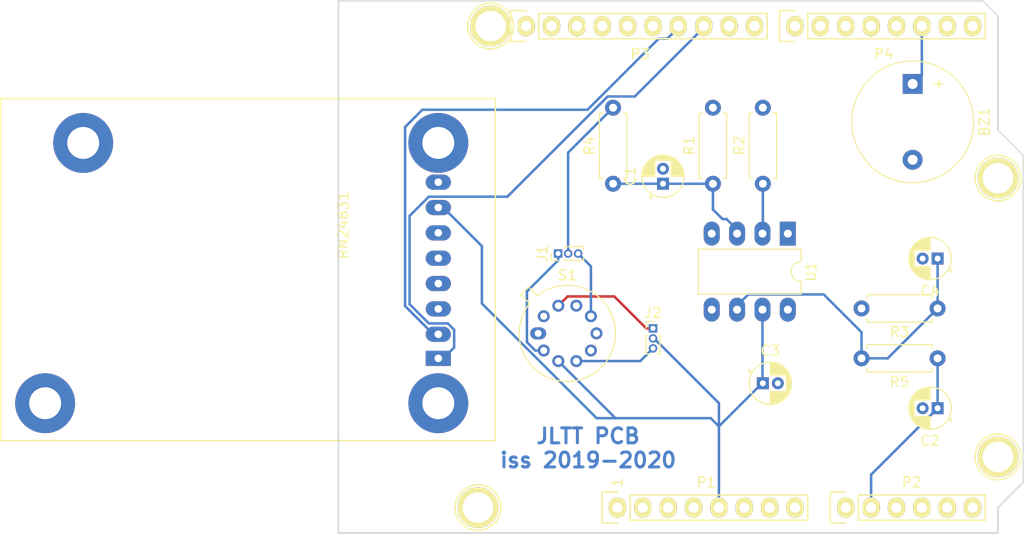
<source format=kicad_pcb>
(kicad_pcb (version 20171130) (host pcbnew "(5.1.4)-1")

  (general
    (thickness 1.6)
    (drawings 28)
    (tracks 75)
    (zones 0)
    (modules 23)
    (nets 48)
  )

  (page A4)
  (title_block
    (date "lun. 30 mars 2015")
  )

  (layers
    (0 F.Cu signal)
    (31 B.Cu signal)
    (32 B.Adhes user)
    (33 F.Adhes user)
    (34 B.Paste user)
    (35 F.Paste user)
    (36 B.SilkS user)
    (37 F.SilkS user)
    (38 B.Mask user)
    (39 F.Mask user)
    (40 Dwgs.User user)
    (41 Cmts.User user)
    (42 Eco1.User user)
    (43 Eco2.User user)
    (44 Edge.Cuts user)
    (45 Margin user)
    (46 B.CrtYd user)
    (47 F.CrtYd user)
    (48 B.Fab user)
    (49 F.Fab user)
  )

  (setup
    (last_trace_width 0.25)
    (trace_clearance 0.2)
    (zone_clearance 0.508)
    (zone_45_only no)
    (trace_min 0.2)
    (via_size 0.6)
    (via_drill 0.4)
    (via_min_size 0.4)
    (via_min_drill 0.3)
    (uvia_size 0.3)
    (uvia_drill 0.1)
    (uvias_allowed no)
    (uvia_min_size 0.2)
    (uvia_min_drill 0.1)
    (edge_width 0.15)
    (segment_width 0.15)
    (pcb_text_width 0.3)
    (pcb_text_size 1.5 1.5)
    (mod_edge_width 0.15)
    (mod_text_size 1 1)
    (mod_text_width 0.15)
    (pad_size 4.064 4.064)
    (pad_drill 3.048)
    (pad_to_mask_clearance 0)
    (aux_axis_origin 110.998 126.365)
    (grid_origin 110.998 126.365)
    (visible_elements 7FFFFFFF)
    (pcbplotparams
      (layerselection 0x00030_80000001)
      (usegerberextensions false)
      (usegerberattributes false)
      (usegerberadvancedattributes false)
      (creategerberjobfile false)
      (excludeedgelayer true)
      (linewidth 0.100000)
      (plotframeref false)
      (viasonmask false)
      (mode 1)
      (useauxorigin false)
      (hpglpennumber 1)
      (hpglpenspeed 20)
      (hpglpendiameter 15.000000)
      (psnegative false)
      (psa4output false)
      (plotreference true)
      (plotvalue true)
      (plotinvisibletext false)
      (padsonsilk false)
      (subtractmaskfromsilk false)
      (outputformat 1)
      (mirror false)
      (drillshape 1)
      (scaleselection 1)
      (outputdirectory ""))
  )

  (net 0 "")
  (net 1 /IOREF)
  (net 2 /Reset)
  (net 3 +5V)
  (net 4 GND)
  (net 5 /Vin)
  (net 6 /A0)
  (net 7 /A1)
  (net 8 /A2)
  (net 9 /A3)
  (net 10 /AREF)
  (net 11 "/A4(SDA)")
  (net 12 "/A5(SCL)")
  (net 13 "/9(**)")
  (net 14 /8)
  (net 15 /7)
  (net 16 "/6(**)")
  (net 17 "/5(**)")
  (net 18 /4)
  (net 19 "/3(**)")
  (net 20 /2)
  (net 21 "/1(Tx)")
  (net 22 "/0(Rx)")
  (net 23 "Net-(P5-Pad1)")
  (net 24 "Net-(P6-Pad1)")
  (net 25 "Net-(P7-Pad1)")
  (net 26 "Net-(P8-Pad1)")
  (net 27 "/13(SCK)")
  (net 28 "Net-(P1-Pad1)")
  (net 29 +3V3)
  (net 30 "/12(MISO)")
  (net 31 "Net-(C1-Pad1)")
  (net 32 "Net-(C4-Pad1)")
  (net 33 /GasSensorRight1)
  (net 34 /GasSelected1)
  (net 35 /GasSensorLeft1)
  (net 36 /GasSensorRight2)
  (net 37 /GasSensorLeft2)
  (net 38 /11)
  (net 39 /10)
  (net 40 "Net-(RN24831-Pad5)")
  (net 41 "Net-(RN24831-Pad4)")
  (net 42 "Net-(RN24831-Pad3)")
  (net 43 "Net-(S1-Pad1)")
  (net 44 "Net-(S1-Pad6)")
  (net 45 "Net-(U1-Pad1)")
  (net 46 "Net-(U1-Pad5)")
  (net 47 "Net-(R2-Pad1)")

  (net_class Default "This is the default net class."
    (clearance 0.2)
    (trace_width 0.25)
    (via_dia 0.6)
    (via_drill 0.4)
    (uvia_dia 0.3)
    (uvia_drill 0.1)
    (add_net +3V3)
    (add_net +5V)
    (add_net "/0(Rx)")
    (add_net "/1(Tx)")
    (add_net /10)
    (add_net /11)
    (add_net "/12(MISO)")
    (add_net "/13(SCK)")
    (add_net /2)
    (add_net "/3(**)")
    (add_net /4)
    (add_net "/5(**)")
    (add_net "/6(**)")
    (add_net /7)
    (add_net /8)
    (add_net "/9(**)")
    (add_net /A0)
    (add_net /A1)
    (add_net /A2)
    (add_net /A3)
    (add_net "/A4(SDA)")
    (add_net "/A5(SCL)")
    (add_net /AREF)
    (add_net /GasSelected1)
    (add_net /GasSensorLeft1)
    (add_net /GasSensorLeft2)
    (add_net /GasSensorRight1)
    (add_net /GasSensorRight2)
    (add_net /IOREF)
    (add_net /Reset)
    (add_net /Vin)
    (add_net GND)
    (add_net "Net-(C1-Pad1)")
    (add_net "Net-(C4-Pad1)")
    (add_net "Net-(P1-Pad1)")
    (add_net "Net-(P5-Pad1)")
    (add_net "Net-(P6-Pad1)")
    (add_net "Net-(P7-Pad1)")
    (add_net "Net-(P8-Pad1)")
    (add_net "Net-(R2-Pad1)")
    (add_net "Net-(RN24831-Pad3)")
    (add_net "Net-(RN24831-Pad4)")
    (add_net "Net-(RN24831-Pad5)")
    (add_net "Net-(S1-Pad1)")
    (add_net "Net-(S1-Pad6)")
    (add_net "Net-(U1-Pad1)")
    (add_net "Net-(U1-Pad5)")
  )

  (module Package_TO_SOT_THT:TO-5-10_Window (layer F.Cu) (tedit 5A02FF81) (tstamp 5DF16494)
    (at 130.998 106.365)
    (descr "TO-5-10_Window, Window")
    (tags "TO-5-10_Window Window")
    (path /5DF0F93D)
    (fp_text reference S1 (at 2.92 -5.82) (layer F.SilkS)
      (effects (font (size 1 1) (thickness 0.15)))
    )
    (fp_text value capteur_gaz_aime (at 2.92 5.82) (layer F.Fab)
      (effects (font (size 1 1) (thickness 0.15)))
    )
    (fp_text user %R (at 2.92 -5.82) (layer F.Fab)
      (effects (font (size 1 1) (thickness 0.15)))
    )
    (fp_line (start -0.085408 -3.61352) (end -0.89151 -4.419621) (layer F.Fab) (width 0.1))
    (fp_line (start -0.89151 -4.419621) (end -1.499621 -3.81151) (layer F.Fab) (width 0.1))
    (fp_line (start -1.499621 -3.81151) (end -0.69352 -3.005408) (layer F.Fab) (width 0.1))
    (fp_line (start 4.244 -2.637) (end 5.557 -1.324) (layer F.Fab) (width 0.1))
    (fp_line (start 3.405 -2.911) (end 5.831 -0.485) (layer F.Fab) (width 0.1))
    (fp_line (start 2.8 -2.948) (end 5.868 0.12) (layer F.Fab) (width 0.1))
    (fp_line (start 2.298 -2.884) (end 5.804 0.622) (layer F.Fab) (width 0.1))
    (fp_line (start 1.862 -2.755) (end 5.675 1.058) (layer F.Fab) (width 0.1))
    (fp_line (start 1.477 -2.574) (end 5.494 1.443) (layer F.Fab) (width 0.1))
    (fp_line (start 1.136 -2.35) (end 5.27 1.784) (layer F.Fab) (width 0.1))
    (fp_line (start 0.834 -2.086) (end 5.006 2.086) (layer F.Fab) (width 0.1))
    (fp_line (start 0.57 -1.784) (end 4.704 2.35) (layer F.Fab) (width 0.1))
    (fp_line (start 0.346 -1.443) (end 4.363 2.574) (layer F.Fab) (width 0.1))
    (fp_line (start 0.165 -1.058) (end 3.978 2.755) (layer F.Fab) (width 0.1))
    (fp_line (start 0.036 -0.622) (end 3.542 2.884) (layer F.Fab) (width 0.1))
    (fp_line (start -0.028 -0.12) (end 3.04 2.948) (layer F.Fab) (width 0.1))
    (fp_line (start 0.009 0.485) (end 2.435 2.911) (layer F.Fab) (width 0.1))
    (fp_line (start 0.283 1.324) (end 1.596 2.637) (layer F.Fab) (width 0.1))
    (fp_line (start -0.077084 -3.774902) (end -0.968039 -4.665856) (layer F.SilkS) (width 0.12))
    (fp_line (start -0.968039 -4.665856) (end -1.745856 -3.888039) (layer F.SilkS) (width 0.12))
    (fp_line (start -1.745856 -3.888039) (end -0.854902 -2.997084) (layer F.SilkS) (width 0.12))
    (fp_line (start -2.04 -4.95) (end -2.04 4.95) (layer F.CrtYd) (width 0.05))
    (fp_line (start -2.04 4.95) (end 7.87 4.95) (layer F.CrtYd) (width 0.05))
    (fp_line (start 7.87 4.95) (end 7.87 -4.95) (layer F.CrtYd) (width 0.05))
    (fp_line (start 7.87 -4.95) (end -2.04 -4.95) (layer F.CrtYd) (width 0.05))
    (fp_circle (center 2.92 0) (end 7.17 0) (layer F.Fab) (width 0.1))
    (fp_circle (center 2.92 0) (end 5.87 0) (layer F.Fab) (width 0.1))
    (fp_arc (start 2.92 0) (end -0.085408 -3.61352) (angle 349.5) (layer F.Fab) (width 0.1))
    (fp_arc (start 2.92 0) (end -0.077084 -3.774902) (angle 346.9) (layer F.SilkS) (width 0.12))
    (pad 1 thru_hole oval (at 0 0) (size 1.6 1.2) (drill 0.7) (layers *.Cu *.Mask)
      (net 43 "Net-(S1-Pad1)"))
    (pad 2 thru_hole oval (at 0.55767 1.716333) (size 1.2 1.2) (drill 0.7) (layers *.Cu *.Mask)
      (net 35 /GasSensorLeft1))
    (pad 3 thru_hole oval (at 2.01767 2.777085) (size 1.2 1.2) (drill 0.7) (layers *.Cu *.Mask)
      (net 3 +5V))
    (pad 4 thru_hole oval (at 3.82233 2.777085) (size 1.2 1.2) (drill 0.7) (layers *.Cu *.Mask)
      (net 37 /GasSensorLeft2))
    (pad 5 thru_hole oval (at 5.28233 1.716333) (size 1.2 1.2) (drill 0.7) (layers *.Cu *.Mask)
      (net 4 GND))
    (pad 6 thru_hole oval (at 5.84 0) (size 1.2 1.2) (drill 0.7) (layers *.Cu *.Mask)
      (net 44 "Net-(S1-Pad6)"))
    (pad 7 thru_hole oval (at 5.28233 -1.716333) (size 1.2 1.2) (drill 0.7) (layers *.Cu *.Mask)
      (net 33 /GasSensorRight1))
    (pad 8 thru_hole oval (at 3.82233 -2.777085) (size 1.2 1.2) (drill 0.7) (layers *.Cu *.Mask)
      (net 4 GND))
    (pad 9 thru_hole oval (at 2.01767 -2.777085) (size 1.2 1.2) (drill 0.7) (layers *.Cu *.Mask)
      (net 36 /GasSensorRight2))
    (pad 10 thru_hole oval (at 0.55767 -1.716333) (size 1.2 1.2) (drill 0.7) (layers *.Cu *.Mask)
      (net 4 GND))
    (model ${KISYS3DMOD}/Package_TO_SOT_THT.3dshapes/TO-5-10_Window.wrl
      (at (xyz 0 0 0))
      (scale (xyz 1 1 1))
      (rotate (xyz 0 0 0))
    )
  )

  (module Socket_Arduino_Uno:Socket_Strip_Arduino_1x08 locked (layer F.Cu) (tedit 552168D2) (tstamp 551AF9EA)
    (at 138.938 123.825)
    (descr "Through hole socket strip")
    (tags "socket strip")
    (path /56D70129)
    (fp_text reference P1 (at 8.89 -2.54) (layer F.SilkS)
      (effects (font (size 1 1) (thickness 0.15)))
    )
    (fp_text value Power (at 8.89 -4.064) (layer F.Fab)
      (effects (font (size 1 1) (thickness 0.15)))
    )
    (fp_line (start -1.75 -1.75) (end -1.75 1.75) (layer F.CrtYd) (width 0.05))
    (fp_line (start 19.55 -1.75) (end 19.55 1.75) (layer F.CrtYd) (width 0.05))
    (fp_line (start -1.75 -1.75) (end 19.55 -1.75) (layer F.CrtYd) (width 0.05))
    (fp_line (start -1.75 1.75) (end 19.55 1.75) (layer F.CrtYd) (width 0.05))
    (fp_line (start 1.27 1.27) (end 19.05 1.27) (layer F.SilkS) (width 0.15))
    (fp_line (start 19.05 1.27) (end 19.05 -1.27) (layer F.SilkS) (width 0.15))
    (fp_line (start 19.05 -1.27) (end 1.27 -1.27) (layer F.SilkS) (width 0.15))
    (fp_line (start -1.55 1.55) (end 0 1.55) (layer F.SilkS) (width 0.15))
    (fp_line (start 1.27 1.27) (end 1.27 -1.27) (layer F.SilkS) (width 0.15))
    (fp_line (start 0 -1.55) (end -1.55 -1.55) (layer F.SilkS) (width 0.15))
    (fp_line (start -1.55 -1.55) (end -1.55 1.55) (layer F.SilkS) (width 0.15))
    (pad 1 thru_hole oval (at 0 0) (size 1.7272 2.032) (drill 1.016) (layers *.Cu *.Mask F.SilkS)
      (net 28 "Net-(P1-Pad1)"))
    (pad 2 thru_hole oval (at 2.54 0) (size 1.7272 2.032) (drill 1.016) (layers *.Cu *.Mask F.SilkS)
      (net 1 /IOREF))
    (pad 3 thru_hole oval (at 5.08 0) (size 1.7272 2.032) (drill 1.016) (layers *.Cu *.Mask F.SilkS)
      (net 2 /Reset))
    (pad 4 thru_hole oval (at 7.62 0) (size 1.7272 2.032) (drill 1.016) (layers *.Cu *.Mask F.SilkS)
      (net 29 +3V3))
    (pad 5 thru_hole oval (at 10.16 0) (size 1.7272 2.032) (drill 1.016) (layers *.Cu *.Mask F.SilkS)
      (net 3 +5V))
    (pad 6 thru_hole oval (at 12.7 0) (size 1.7272 2.032) (drill 1.016) (layers *.Cu *.Mask F.SilkS)
      (net 4 GND))
    (pad 7 thru_hole oval (at 15.24 0) (size 1.7272 2.032) (drill 1.016) (layers *.Cu *.Mask F.SilkS)
      (net 4 GND))
    (pad 8 thru_hole oval (at 17.78 0) (size 1.7272 2.032) (drill 1.016) (layers *.Cu *.Mask F.SilkS)
      (net 5 /Vin))
    (model ${KIPRJMOD}/Socket_Arduino_Uno.3dshapes/Socket_header_Arduino_1x08.wrl
      (offset (xyz 8.889999866485596 0 0))
      (scale (xyz 1 1 1))
      (rotate (xyz 0 0 180))
    )
  )

  (module Socket_Arduino_Uno:Socket_Strip_Arduino_1x06 locked (layer F.Cu) (tedit 552168D6) (tstamp 551AF9FF)
    (at 161.798 123.825)
    (descr "Through hole socket strip")
    (tags "socket strip")
    (path /56D70DD8)
    (fp_text reference P2 (at 6.604 -2.54) (layer F.SilkS)
      (effects (font (size 1 1) (thickness 0.15)))
    )
    (fp_text value Analog (at 6.604 -4.064) (layer F.Fab)
      (effects (font (size 1 1) (thickness 0.15)))
    )
    (fp_line (start -1.75 -1.75) (end -1.75 1.75) (layer F.CrtYd) (width 0.05))
    (fp_line (start 14.45 -1.75) (end 14.45 1.75) (layer F.CrtYd) (width 0.05))
    (fp_line (start -1.75 -1.75) (end 14.45 -1.75) (layer F.CrtYd) (width 0.05))
    (fp_line (start -1.75 1.75) (end 14.45 1.75) (layer F.CrtYd) (width 0.05))
    (fp_line (start 1.27 1.27) (end 13.97 1.27) (layer F.SilkS) (width 0.15))
    (fp_line (start 13.97 1.27) (end 13.97 -1.27) (layer F.SilkS) (width 0.15))
    (fp_line (start 13.97 -1.27) (end 1.27 -1.27) (layer F.SilkS) (width 0.15))
    (fp_line (start -1.55 1.55) (end 0 1.55) (layer F.SilkS) (width 0.15))
    (fp_line (start 1.27 1.27) (end 1.27 -1.27) (layer F.SilkS) (width 0.15))
    (fp_line (start 0 -1.55) (end -1.55 -1.55) (layer F.SilkS) (width 0.15))
    (fp_line (start -1.55 -1.55) (end -1.55 1.55) (layer F.SilkS) (width 0.15))
    (pad 1 thru_hole oval (at 0 0) (size 1.7272 2.032) (drill 1.016) (layers *.Cu *.Mask F.SilkS)
      (net 6 /A0))
    (pad 2 thru_hole oval (at 2.54 0) (size 1.7272 2.032) (drill 1.016) (layers *.Cu *.Mask F.SilkS)
      (net 7 /A1))
    (pad 3 thru_hole oval (at 5.08 0) (size 1.7272 2.032) (drill 1.016) (layers *.Cu *.Mask F.SilkS)
      (net 8 /A2))
    (pad 4 thru_hole oval (at 7.62 0) (size 1.7272 2.032) (drill 1.016) (layers *.Cu *.Mask F.SilkS)
      (net 9 /A3))
    (pad 5 thru_hole oval (at 10.16 0) (size 1.7272 2.032) (drill 1.016) (layers *.Cu *.Mask F.SilkS)
      (net 11 "/A4(SDA)"))
    (pad 6 thru_hole oval (at 12.7 0) (size 1.7272 2.032) (drill 1.016) (layers *.Cu *.Mask F.SilkS)
      (net 12 "/A5(SCL)"))
    (model ${KIPRJMOD}/Socket_Arduino_Uno.3dshapes/Socket_header_Arduino_1x06.wrl
      (offset (xyz 6.349999904632568 0 0))
      (scale (xyz 1 1 1))
      (rotate (xyz 0 0 180))
    )
  )

  (module Socket_Arduino_Uno:Socket_Strip_Arduino_1x10 locked (layer F.Cu) (tedit 552168BF) (tstamp 551AFA18)
    (at 129.794 75.565)
    (descr "Through hole socket strip")
    (tags "socket strip")
    (path /56D721E0)
    (fp_text reference P3 (at 11.43 2.794) (layer F.SilkS)
      (effects (font (size 1 1) (thickness 0.15)))
    )
    (fp_text value Digital (at 11.43 4.318) (layer F.Fab)
      (effects (font (size 1 1) (thickness 0.15)))
    )
    (fp_line (start -1.75 -1.75) (end -1.75 1.75) (layer F.CrtYd) (width 0.05))
    (fp_line (start 24.65 -1.75) (end 24.65 1.75) (layer F.CrtYd) (width 0.05))
    (fp_line (start -1.75 -1.75) (end 24.65 -1.75) (layer F.CrtYd) (width 0.05))
    (fp_line (start -1.75 1.75) (end 24.65 1.75) (layer F.CrtYd) (width 0.05))
    (fp_line (start 1.27 1.27) (end 24.13 1.27) (layer F.SilkS) (width 0.15))
    (fp_line (start 24.13 1.27) (end 24.13 -1.27) (layer F.SilkS) (width 0.15))
    (fp_line (start 24.13 -1.27) (end 1.27 -1.27) (layer F.SilkS) (width 0.15))
    (fp_line (start -1.55 1.55) (end 0 1.55) (layer F.SilkS) (width 0.15))
    (fp_line (start 1.27 1.27) (end 1.27 -1.27) (layer F.SilkS) (width 0.15))
    (fp_line (start 0 -1.55) (end -1.55 -1.55) (layer F.SilkS) (width 0.15))
    (fp_line (start -1.55 -1.55) (end -1.55 1.55) (layer F.SilkS) (width 0.15))
    (pad 1 thru_hole oval (at 0 0) (size 1.7272 2.032) (drill 1.016) (layers *.Cu *.Mask F.SilkS)
      (net 12 "/A5(SCL)"))
    (pad 2 thru_hole oval (at 2.54 0) (size 1.7272 2.032) (drill 1.016) (layers *.Cu *.Mask F.SilkS)
      (net 11 "/A4(SDA)"))
    (pad 3 thru_hole oval (at 5.08 0) (size 1.7272 2.032) (drill 1.016) (layers *.Cu *.Mask F.SilkS)
      (net 10 /AREF))
    (pad 4 thru_hole oval (at 7.62 0) (size 1.7272 2.032) (drill 1.016) (layers *.Cu *.Mask F.SilkS)
      (net 4 GND))
    (pad 5 thru_hole oval (at 10.16 0) (size 1.7272 2.032) (drill 1.016) (layers *.Cu *.Mask F.SilkS)
      (net 27 "/13(SCK)"))
    (pad 6 thru_hole oval (at 12.7 0) (size 1.7272 2.032) (drill 1.016) (layers *.Cu *.Mask F.SilkS)
      (net 30 "/12(MISO)"))
    (pad 7 thru_hole oval (at 15.24 0) (size 1.7272 2.032) (drill 1.016) (layers *.Cu *.Mask F.SilkS)
      (net 38 /11))
    (pad 8 thru_hole oval (at 17.78 0) (size 1.7272 2.032) (drill 1.016) (layers *.Cu *.Mask F.SilkS)
      (net 39 /10))
    (pad 9 thru_hole oval (at 20.32 0) (size 1.7272 2.032) (drill 1.016) (layers *.Cu *.Mask F.SilkS)
      (net 13 "/9(**)"))
    (pad 10 thru_hole oval (at 22.86 0) (size 1.7272 2.032) (drill 1.016) (layers *.Cu *.Mask F.SilkS)
      (net 14 /8))
    (model ${KIPRJMOD}/Socket_Arduino_Uno.3dshapes/Socket_header_Arduino_1x10.wrl
      (offset (xyz 11.42999982833862 0 0))
      (scale (xyz 1 1 1))
      (rotate (xyz 0 0 180))
    )
  )

  (module Socket_Arduino_Uno:Socket_Strip_Arduino_1x08 locked (layer F.Cu) (tedit 552168C7) (tstamp 551AFA2F)
    (at 156.718 75.565)
    (descr "Through hole socket strip")
    (tags "socket strip")
    (path /56D7164F)
    (fp_text reference P4 (at 8.89 2.794) (layer F.SilkS)
      (effects (font (size 1 1) (thickness 0.15)))
    )
    (fp_text value Digital (at 8.89 4.318) (layer F.Fab)
      (effects (font (size 1 1) (thickness 0.15)))
    )
    (fp_line (start -1.75 -1.75) (end -1.75 1.75) (layer F.CrtYd) (width 0.05))
    (fp_line (start 19.55 -1.75) (end 19.55 1.75) (layer F.CrtYd) (width 0.05))
    (fp_line (start -1.75 -1.75) (end 19.55 -1.75) (layer F.CrtYd) (width 0.05))
    (fp_line (start -1.75 1.75) (end 19.55 1.75) (layer F.CrtYd) (width 0.05))
    (fp_line (start 1.27 1.27) (end 19.05 1.27) (layer F.SilkS) (width 0.15))
    (fp_line (start 19.05 1.27) (end 19.05 -1.27) (layer F.SilkS) (width 0.15))
    (fp_line (start 19.05 -1.27) (end 1.27 -1.27) (layer F.SilkS) (width 0.15))
    (fp_line (start -1.55 1.55) (end 0 1.55) (layer F.SilkS) (width 0.15))
    (fp_line (start 1.27 1.27) (end 1.27 -1.27) (layer F.SilkS) (width 0.15))
    (fp_line (start 0 -1.55) (end -1.55 -1.55) (layer F.SilkS) (width 0.15))
    (fp_line (start -1.55 -1.55) (end -1.55 1.55) (layer F.SilkS) (width 0.15))
    (pad 1 thru_hole oval (at 0 0) (size 1.7272 2.032) (drill 1.016) (layers *.Cu *.Mask F.SilkS)
      (net 15 /7))
    (pad 2 thru_hole oval (at 2.54 0) (size 1.7272 2.032) (drill 1.016) (layers *.Cu *.Mask F.SilkS)
      (net 16 "/6(**)"))
    (pad 3 thru_hole oval (at 5.08 0) (size 1.7272 2.032) (drill 1.016) (layers *.Cu *.Mask F.SilkS)
      (net 17 "/5(**)"))
    (pad 4 thru_hole oval (at 7.62 0) (size 1.7272 2.032) (drill 1.016) (layers *.Cu *.Mask F.SilkS)
      (net 18 /4))
    (pad 5 thru_hole oval (at 10.16 0) (size 1.7272 2.032) (drill 1.016) (layers *.Cu *.Mask F.SilkS)
      (net 19 "/3(**)"))
    (pad 6 thru_hole oval (at 12.7 0) (size 1.7272 2.032) (drill 1.016) (layers *.Cu *.Mask F.SilkS)
      (net 20 /2))
    (pad 7 thru_hole oval (at 15.24 0) (size 1.7272 2.032) (drill 1.016) (layers *.Cu *.Mask F.SilkS)
      (net 21 "/1(Tx)"))
    (pad 8 thru_hole oval (at 17.78 0) (size 1.7272 2.032) (drill 1.016) (layers *.Cu *.Mask F.SilkS)
      (net 22 "/0(Rx)"))
    (model ${KIPRJMOD}/Socket_Arduino_Uno.3dshapes/Socket_header_Arduino_1x08.wrl
      (offset (xyz 8.889999866485596 0 0))
      (scale (xyz 1 1 1))
      (rotate (xyz 0 0 180))
    )
  )

  (module Socket_Arduino_Uno:Arduino_1pin locked (layer F.Cu) (tedit 5524FC39) (tstamp 5524FC3F)
    (at 124.968 123.825)
    (descr "module 1 pin (ou trou mecanique de percage)")
    (tags DEV)
    (path /56D71177)
    (fp_text reference P5 (at 0 -3.048) (layer F.SilkS) hide
      (effects (font (size 1 1) (thickness 0.15)))
    )
    (fp_text value CONN_01X01 (at 0 2.794) (layer F.Fab) hide
      (effects (font (size 1 1) (thickness 0.15)))
    )
    (fp_circle (center 0 0) (end 0 -2.286) (layer F.SilkS) (width 0.15))
    (pad 1 thru_hole circle (at 0 0) (size 4.064 4.064) (drill 3.048) (layers *.Cu *.Mask F.SilkS)
      (net 23 "Net-(P5-Pad1)"))
  )

  (module Socket_Arduino_Uno:Arduino_1pin locked (layer F.Cu) (tedit 5524FC4A) (tstamp 5524FC44)
    (at 177.038 118.745)
    (descr "module 1 pin (ou trou mecanique de percage)")
    (tags DEV)
    (path /56D71274)
    (fp_text reference P6 (at 0 -3.048) (layer F.SilkS) hide
      (effects (font (size 1 1) (thickness 0.15)))
    )
    (fp_text value CONN_01X01 (at 0 2.794) (layer F.Fab) hide
      (effects (font (size 1 1) (thickness 0.15)))
    )
    (fp_circle (center 0 0) (end 0 -2.286) (layer F.SilkS) (width 0.15))
    (pad 1 thru_hole circle (at 0 0) (size 4.064 4.064) (drill 3.048) (layers *.Cu *.Mask F.SilkS)
      (net 24 "Net-(P6-Pad1)"))
  )

  (module Socket_Arduino_Uno:Arduino_1pin locked (layer F.Cu) (tedit 5524FC2F) (tstamp 5524FC49)
    (at 126.238 75.565)
    (descr "module 1 pin (ou trou mecanique de percage)")
    (tags DEV)
    (path /56D712A8)
    (fp_text reference P7 (at 0 -3.048) (layer F.SilkS) hide
      (effects (font (size 1 1) (thickness 0.15)))
    )
    (fp_text value CONN_01X01 (at 0 2.794) (layer F.Fab) hide
      (effects (font (size 1 1) (thickness 0.15)))
    )
    (fp_circle (center 0 0) (end 0 -2.286) (layer F.SilkS) (width 0.15))
    (pad 1 thru_hole circle (at 0 0) (size 4.064 4.064) (drill 3.048) (layers *.Cu *.Mask F.SilkS)
      (net 25 "Net-(P7-Pad1)"))
  )

  (module Socket_Arduino_Uno:Arduino_1pin locked (layer F.Cu) (tedit 5524FC41) (tstamp 5524FC4E)
    (at 177.038 90.805)
    (descr "module 1 pin (ou trou mecanique de percage)")
    (tags DEV)
    (path /56D712DB)
    (fp_text reference P8 (at 0 -3.048) (layer F.SilkS) hide
      (effects (font (size 1 1) (thickness 0.15)))
    )
    (fp_text value CONN_01X01 (at 0 2.794) (layer F.Fab) hide
      (effects (font (size 1 1) (thickness 0.15)))
    )
    (fp_circle (center 0 0) (end 0 -2.286) (layer F.SilkS) (width 0.15))
    (pad 1 thru_hole circle (at 0 0) (size 4.064 4.064) (drill 3.048) (layers *.Cu *.Mask F.SilkS)
      (net 26 "Net-(P8-Pad1)"))
  )

  (module Buzzer_Beeper:Buzzer_12x9.5RM7.6 (layer F.Cu) (tedit 5A030281) (tstamp 5DF16313)
    (at 168.498 81.365 270)
    (descr "Generic Buzzer, D12mm height 9.5mm with RM7.6mm")
    (tags buzzer)
    (path /5DF96B5C)
    (fp_text reference BZ1 (at 3.8 -7.2 90) (layer F.SilkS)
      (effects (font (size 1 1) (thickness 0.15)))
    )
    (fp_text value Buzzer (at 3.8 7.4 90) (layer F.Fab)
      (effects (font (size 1 1) (thickness 0.15)))
    )
    (fp_text user + (at -0.01 -2.54 90) (layer F.Fab)
      (effects (font (size 1 1) (thickness 0.15)))
    )
    (fp_text user + (at -0.01 -2.54 90) (layer F.SilkS)
      (effects (font (size 1 1) (thickness 0.15)))
    )
    (fp_text user %R (at 3.8 -4 90) (layer F.Fab)
      (effects (font (size 1 1) (thickness 0.15)))
    )
    (fp_circle (center 3.8 0) (end 10.05 0) (layer F.CrtYd) (width 0.05))
    (fp_circle (center 3.8 0) (end 9.8 0) (layer F.Fab) (width 0.1))
    (fp_circle (center 3.8 0) (end 4.8 0) (layer F.Fab) (width 0.1))
    (fp_circle (center 3.8 0) (end 9.9 0) (layer F.SilkS) (width 0.12))
    (pad 1 thru_hole rect (at 0 0 270) (size 2 2) (drill 1) (layers *.Cu *.Mask)
      (net 20 /2))
    (pad 2 thru_hole circle (at 7.6 0 270) (size 2 2) (drill 1) (layers *.Cu *.Mask)
      (net 4 GND))
    (model ${KISYS3DMOD}/Buzzer_Beeper.3dshapes/Buzzer_12x9.5RM7.6.wrl
      (at (xyz 0 0 0))
      (scale (xyz 1 1 1))
      (rotate (xyz 0 0 0))
    )
  )

  (module Connector_PinHeader_1.00mm:PinHeader_1x03_P1.00mm_Vertical (layer F.Cu) (tedit 59FED738) (tstamp 5DF163C8)
    (at 132.998 98.365 90)
    (descr "Through hole straight pin header, 1x03, 1.00mm pitch, single row")
    (tags "Through hole pin header THT 1x03 1.00mm single row")
    (path /5DF5BE19)
    (fp_text reference J1 (at 0 -1.56 90) (layer F.SilkS)
      (effects (font (size 1 1) (thickness 0.15)))
    )
    (fp_text value Conn_01x03 (at 0 3.56 90) (layer F.Fab)
      (effects (font (size 1 1) (thickness 0.15)))
    )
    (fp_text user %R (at 8.874999 27.944999) (layer F.Fab)
      (effects (font (size 0.76 0.76) (thickness 0.114)))
    )
    (fp_line (start 1.15 -1) (end -1.15 -1) (layer F.CrtYd) (width 0.05))
    (fp_line (start 1.15 3) (end 1.15 -1) (layer F.CrtYd) (width 0.05))
    (fp_line (start -1.15 3) (end 1.15 3) (layer F.CrtYd) (width 0.05))
    (fp_line (start -1.15 -1) (end -1.15 3) (layer F.CrtYd) (width 0.05))
    (fp_line (start -0.695 -0.685) (end 0 -0.685) (layer F.SilkS) (width 0.12))
    (fp_line (start -0.695 0) (end -0.695 -0.685) (layer F.SilkS) (width 0.12))
    (fp_line (start 0.608276 0.685) (end 0.695 0.685) (layer F.SilkS) (width 0.12))
    (fp_line (start -0.695 0.685) (end -0.608276 0.685) (layer F.SilkS) (width 0.12))
    (fp_line (start 0.695 0.685) (end 0.695 2.56) (layer F.SilkS) (width 0.12))
    (fp_line (start -0.695 0.685) (end -0.695 2.56) (layer F.SilkS) (width 0.12))
    (fp_line (start 0.394493 2.56) (end 0.695 2.56) (layer F.SilkS) (width 0.12))
    (fp_line (start -0.695 2.56) (end -0.394493 2.56) (layer F.SilkS) (width 0.12))
    (fp_line (start -0.635 -0.1825) (end -0.3175 -0.5) (layer F.Fab) (width 0.1))
    (fp_line (start -0.635 2.5) (end -0.635 -0.1825) (layer F.Fab) (width 0.1))
    (fp_line (start 0.635 2.5) (end -0.635 2.5) (layer F.Fab) (width 0.1))
    (fp_line (start 0.635 -0.5) (end 0.635 2.5) (layer F.Fab) (width 0.1))
    (fp_line (start -0.3175 -0.5) (end 0.635 -0.5) (layer F.Fab) (width 0.1))
    (pad 3 thru_hole oval (at 0 2 90) (size 0.85 0.85) (drill 0.5) (layers *.Cu *.Mask)
      (net 33 /GasSensorRight1))
    (pad 2 thru_hole oval (at 0 1 90) (size 0.85 0.85) (drill 0.5) (layers *.Cu *.Mask)
      (net 34 /GasSelected1))
    (pad 1 thru_hole rect (at 0 0 90) (size 0.85 0.85) (drill 0.5) (layers *.Cu *.Mask)
      (net 35 /GasSensorLeft1))
    (model ${KISYS3DMOD}/Connector_PinHeader_1.00mm.3dshapes/PinHeader_1x03_P1.00mm_Vertical.wrl
      (at (xyz 0 0 0))
      (scale (xyz 1 1 1))
      (rotate (xyz 0 0 0))
    )
  )

  (module Connector_PinHeader_1.00mm:PinHeader_1x03_P1.00mm_Vertical (layer F.Cu) (tedit 59FED738) (tstamp 5DF163E1)
    (at 142.498 105.865)
    (descr "Through hole straight pin header, 1x03, 1.00mm pitch, single row")
    (tags "Through hole pin header THT 1x03 1.00mm single row")
    (path /5DF58A51)
    (fp_text reference J2 (at 0 -1.56) (layer F.SilkS)
      (effects (font (size 1 1) (thickness 0.15)))
    )
    (fp_text value Conn_01x03 (at 0 3.56) (layer F.Fab)
      (effects (font (size 1 1) (thickness 0.15)))
    )
    (fp_line (start -0.3175 -0.5) (end 0.635 -0.5) (layer F.Fab) (width 0.1))
    (fp_line (start 0.635 -0.5) (end 0.635 2.5) (layer F.Fab) (width 0.1))
    (fp_line (start 0.635 2.5) (end -0.635 2.5) (layer F.Fab) (width 0.1))
    (fp_line (start -0.635 2.5) (end -0.635 -0.1825) (layer F.Fab) (width 0.1))
    (fp_line (start -0.635 -0.1825) (end -0.3175 -0.5) (layer F.Fab) (width 0.1))
    (fp_line (start -0.695 2.56) (end -0.394493 2.56) (layer F.SilkS) (width 0.12))
    (fp_line (start 0.394493 2.56) (end 0.695 2.56) (layer F.SilkS) (width 0.12))
    (fp_line (start -0.695 0.685) (end -0.695 2.56) (layer F.SilkS) (width 0.12))
    (fp_line (start 0.695 0.685) (end 0.695 2.56) (layer F.SilkS) (width 0.12))
    (fp_line (start -0.695 0.685) (end -0.608276 0.685) (layer F.SilkS) (width 0.12))
    (fp_line (start 0.608276 0.685) (end 0.695 0.685) (layer F.SilkS) (width 0.12))
    (fp_line (start -0.695 0) (end -0.695 -0.685) (layer F.SilkS) (width 0.12))
    (fp_line (start -0.695 -0.685) (end 0 -0.685) (layer F.SilkS) (width 0.12))
    (fp_line (start -1.15 -1) (end -1.15 3) (layer F.CrtYd) (width 0.05))
    (fp_line (start -1.15 3) (end 1.15 3) (layer F.CrtYd) (width 0.05))
    (fp_line (start 1.15 3) (end 1.15 -1) (layer F.CrtYd) (width 0.05))
    (fp_line (start 1.15 -1) (end -1.15 -1) (layer F.CrtYd) (width 0.05))
    (fp_text user %R (at 5 20 90) (layer F.Fab)
      (effects (font (size 0.76 0.76) (thickness 0.114)))
    )
    (pad 1 thru_hole rect (at 0 0) (size 0.85 0.85) (drill 0.5) (layers *.Cu *.Mask)
      (net 36 /GasSensorRight2))
    (pad 2 thru_hole oval (at 0 1) (size 0.85 0.85) (drill 0.5) (layers *.Cu *.Mask)
      (net 3 +5V))
    (pad 3 thru_hole oval (at 0 2) (size 0.85 0.85) (drill 0.5) (layers *.Cu *.Mask)
      (net 37 /GasSensorLeft2))
    (model ${KISYS3DMOD}/Connector_PinHeader_1.00mm.3dshapes/PinHeader_1x03_P1.00mm_Vertical.wrl
      (at (xyz 0 0 0))
      (scale (xyz 1 1 1))
      (rotate (xyz 0 0 0))
    )
  )

  (module RN24_Breakout_lib:RN2483_breakout (layer F.Cu) (tedit 5BE941B8) (tstamp 5DF16468)
    (at 120.998 108.865 90)
    (path /5DFB5417)
    (fp_text reference RN24831 (at 13.335 -9.525 90) (layer F.SilkS)
      (effects (font (size 1 1) (thickness 0.15)))
    )
    (fp_text value RN2483 (at 10.795 3.175 90) (layer F.Fab)
      (effects (font (size 1 1) (thickness 0.15)))
    )
    (fp_line (start -8.255 5.715) (end 26.035 5.715) (layer F.SilkS) (width 0.15))
    (fp_line (start 26.035 5.715) (end 26.035 -43.815) (layer F.SilkS) (width 0.15))
    (fp_line (start 26.035 -43.815) (end -8.255 -43.815) (layer F.SilkS) (width 0.15))
    (fp_line (start -8.255 -43.815) (end -8.255 5.715) (layer F.SilkS) (width 0.15))
    (pad 1 thru_hole rect (at 0 0 90) (size 1.524 2.524) (drill 0.762) (layers *.Cu *.Mask)
      (net 39 /10))
    (pad 2 thru_hole oval (at 2.413 0 90) (size 1.524 2.524) (drill 0.762) (layers *.Cu *.Mask)
      (net 38 /11))
    (pad 3 thru_hole oval (at 4.953 0 90) (size 1.524 2.524) (drill 0.762) (layers *.Cu *.Mask)
      (net 42 "Net-(RN24831-Pad3)"))
    (pad 4 thru_hole oval (at 7.493 0 90) (size 1.524 2.524) (drill 0.762) (layers *.Cu *.Mask)
      (net 41 "Net-(RN24831-Pad4)"))
    (pad 6 thru_hole oval (at 12.573 0 90) (size 1.524 2.524) (drill 0.762) (layers *.Cu *.Mask))
    (pad 5 thru_hole oval (at 10.033 0 90) (size 1.524 2.524) (drill 0.762) (layers *.Cu *.Mask)
      (net 40 "Net-(RN24831-Pad5)"))
    (pad 7 thru_hole oval (at 15.113 0 90) (size 1.524 2.524) (drill 0.762) (layers *.Cu *.Mask)
      (net 3 +5V))
    (pad 8 thru_hole oval (at 17.653 0 90) (size 1.524 2.524) (drill 0.762) (layers *.Cu *.Mask)
      (net 4 GND))
    (pad "" np_thru_hole circle (at -4.5 0 90) (size 6 6) (drill 3.2) (layers *.Cu *.Mask))
    (pad "" np_thru_hole circle (at 21.59 0 90) (size 6 6) (drill 3.2) (layers *.Cu *.Mask))
    (pad "" np_thru_hole circle (at -4.5 -39.37 90) (size 6 6) (drill 3.2) (layers *.Cu *.Mask))
    (pad "" np_thru_hole circle (at 21.59 -35.56 90) (size 6 6) (drill 3.2) (layers *.Cu *.Mask))
  )

  (module Package_DIP:DIP-8_W7.62mm_LongPads (layer F.Cu) (tedit 5A02E8C5) (tstamp 5DF164B0)
    (at 155.998 96.365 270)
    (descr "8-lead though-hole mounted DIP package, row spacing 7.62 mm (300 mils), LongPads")
    (tags "THT DIP DIL PDIP 2.54mm 7.62mm 300mil LongPads")
    (path /5DF0FED5)
    (fp_text reference U1 (at 3.81 -2.33 90) (layer F.SilkS)
      (effects (font (size 1 1) (thickness 0.15)))
    )
    (fp_text value LTC1050 (at 3.81 9.95 90) (layer F.Fab)
      (effects (font (size 1 1) (thickness 0.15)))
    )
    (fp_arc (start 3.81 -1.33) (end 2.81 -1.33) (angle -180) (layer F.SilkS) (width 0.12))
    (fp_line (start 1.635 -1.27) (end 6.985 -1.27) (layer F.Fab) (width 0.1))
    (fp_line (start 6.985 -1.27) (end 6.985 8.89) (layer F.Fab) (width 0.1))
    (fp_line (start 6.985 8.89) (end 0.635 8.89) (layer F.Fab) (width 0.1))
    (fp_line (start 0.635 8.89) (end 0.635 -0.27) (layer F.Fab) (width 0.1))
    (fp_line (start 0.635 -0.27) (end 1.635 -1.27) (layer F.Fab) (width 0.1))
    (fp_line (start 2.81 -1.33) (end 1.56 -1.33) (layer F.SilkS) (width 0.12))
    (fp_line (start 1.56 -1.33) (end 1.56 8.95) (layer F.SilkS) (width 0.12))
    (fp_line (start 1.56 8.95) (end 6.06 8.95) (layer F.SilkS) (width 0.12))
    (fp_line (start 6.06 8.95) (end 6.06 -1.33) (layer F.SilkS) (width 0.12))
    (fp_line (start 6.06 -1.33) (end 4.81 -1.33) (layer F.SilkS) (width 0.12))
    (fp_line (start -1.45 -1.55) (end -1.45 9.15) (layer F.CrtYd) (width 0.05))
    (fp_line (start -1.45 9.15) (end 9.1 9.15) (layer F.CrtYd) (width 0.05))
    (fp_line (start 9.1 9.15) (end 9.1 -1.55) (layer F.CrtYd) (width 0.05))
    (fp_line (start 9.1 -1.55) (end -1.45 -1.55) (layer F.CrtYd) (width 0.05))
    (fp_text user %R (at 3.81 3.81 90) (layer F.Fab)
      (effects (font (size 1 1) (thickness 0.15)))
    )
    (pad 1 thru_hole rect (at 0 0 270) (size 2.4 1.6) (drill 0.8) (layers *.Cu *.Mask)
      (net 45 "Net-(U1-Pad1)"))
    (pad 5 thru_hole oval (at 7.62 7.62 270) (size 2.4 1.6) (drill 0.8) (layers *.Cu *.Mask)
      (net 46 "Net-(U1-Pad5)"))
    (pad 2 thru_hole oval (at 0 2.54 270) (size 2.4 1.6) (drill 0.8) (layers *.Cu *.Mask)
      (net 47 "Net-(R2-Pad1)"))
    (pad 6 thru_hole oval (at 7.62 5.08 270) (size 2.4 1.6) (drill 0.8) (layers *.Cu *.Mask)
      (net 32 "Net-(C4-Pad1)"))
    (pad 3 thru_hole oval (at 0 5.08 270) (size 2.4 1.6) (drill 0.8) (layers *.Cu *.Mask)
      (net 31 "Net-(C1-Pad1)"))
    (pad 7 thru_hole oval (at 7.62 2.54 270) (size 2.4 1.6) (drill 0.8) (layers *.Cu *.Mask)
      (net 3 +5V))
    (pad 4 thru_hole oval (at 0 7.62 270) (size 2.4 1.6) (drill 0.8) (layers *.Cu *.Mask)
      (net 4 GND))
    (pad 8 thru_hole oval (at 7.62 0 270) (size 2.4 1.6) (drill 0.8) (layers *.Cu *.Mask))
    (model ${KISYS3DMOD}/Package_DIP.3dshapes/DIP-8_W7.62mm.wrl
      (at (xyz 0 0 0))
      (scale (xyz 1 1 1))
      (rotate (xyz 0 0 0))
    )
  )

  (module Capacitor_THT:CP_Radial_D4.0mm_P1.50mm (layer F.Cu) (tedit 5AE50EF0) (tstamp 5E079FC7)
    (at 143.498 91.365 90)
    (descr "CP, Radial series, Radial, pin pitch=1.50mm, , diameter=4mm, Electrolytic Capacitor")
    (tags "CP Radial series Radial pin pitch 1.50mm  diameter 4mm Electrolytic Capacitor")
    (path /5DE891EF)
    (fp_text reference C1 (at 0.75 -3.25 90) (layer F.SilkS)
      (effects (font (size 1 1) (thickness 0.15)))
    )
    (fp_text value 100n (at 0.75 3.25 90) (layer F.Fab)
      (effects (font (size 1 1) (thickness 0.15)))
    )
    (fp_circle (center 0.75 0) (end 2.75 0) (layer F.Fab) (width 0.1))
    (fp_circle (center 0.75 0) (end 2.87 0) (layer F.SilkS) (width 0.12))
    (fp_circle (center 0.75 0) (end 3 0) (layer F.CrtYd) (width 0.05))
    (fp_line (start -0.952554 -0.8675) (end -0.552554 -0.8675) (layer F.Fab) (width 0.1))
    (fp_line (start -0.752554 -1.0675) (end -0.752554 -0.6675) (layer F.Fab) (width 0.1))
    (fp_line (start 0.75 0.84) (end 0.75 2.08) (layer F.SilkS) (width 0.12))
    (fp_line (start 0.75 -2.08) (end 0.75 -0.84) (layer F.SilkS) (width 0.12))
    (fp_line (start 0.79 0.84) (end 0.79 2.08) (layer F.SilkS) (width 0.12))
    (fp_line (start 0.79 -2.08) (end 0.79 -0.84) (layer F.SilkS) (width 0.12))
    (fp_line (start 0.83 0.84) (end 0.83 2.079) (layer F.SilkS) (width 0.12))
    (fp_line (start 0.83 -2.079) (end 0.83 -0.84) (layer F.SilkS) (width 0.12))
    (fp_line (start 0.87 -2.077) (end 0.87 -0.84) (layer F.SilkS) (width 0.12))
    (fp_line (start 0.87 0.84) (end 0.87 2.077) (layer F.SilkS) (width 0.12))
    (fp_line (start 0.91 -2.074) (end 0.91 -0.84) (layer F.SilkS) (width 0.12))
    (fp_line (start 0.91 0.84) (end 0.91 2.074) (layer F.SilkS) (width 0.12))
    (fp_line (start 0.95 -2.071) (end 0.95 -0.84) (layer F.SilkS) (width 0.12))
    (fp_line (start 0.95 0.84) (end 0.95 2.071) (layer F.SilkS) (width 0.12))
    (fp_line (start 0.99 -2.067) (end 0.99 -0.84) (layer F.SilkS) (width 0.12))
    (fp_line (start 0.99 0.84) (end 0.99 2.067) (layer F.SilkS) (width 0.12))
    (fp_line (start 1.03 -2.062) (end 1.03 -0.84) (layer F.SilkS) (width 0.12))
    (fp_line (start 1.03 0.84) (end 1.03 2.062) (layer F.SilkS) (width 0.12))
    (fp_line (start 1.07 -2.056) (end 1.07 -0.84) (layer F.SilkS) (width 0.12))
    (fp_line (start 1.07 0.84) (end 1.07 2.056) (layer F.SilkS) (width 0.12))
    (fp_line (start 1.11 -2.05) (end 1.11 -0.84) (layer F.SilkS) (width 0.12))
    (fp_line (start 1.11 0.84) (end 1.11 2.05) (layer F.SilkS) (width 0.12))
    (fp_line (start 1.15 -2.042) (end 1.15 -0.84) (layer F.SilkS) (width 0.12))
    (fp_line (start 1.15 0.84) (end 1.15 2.042) (layer F.SilkS) (width 0.12))
    (fp_line (start 1.19 -2.034) (end 1.19 -0.84) (layer F.SilkS) (width 0.12))
    (fp_line (start 1.19 0.84) (end 1.19 2.034) (layer F.SilkS) (width 0.12))
    (fp_line (start 1.23 -2.025) (end 1.23 -0.84) (layer F.SilkS) (width 0.12))
    (fp_line (start 1.23 0.84) (end 1.23 2.025) (layer F.SilkS) (width 0.12))
    (fp_line (start 1.27 -2.016) (end 1.27 -0.84) (layer F.SilkS) (width 0.12))
    (fp_line (start 1.27 0.84) (end 1.27 2.016) (layer F.SilkS) (width 0.12))
    (fp_line (start 1.31 -2.005) (end 1.31 -0.84) (layer F.SilkS) (width 0.12))
    (fp_line (start 1.31 0.84) (end 1.31 2.005) (layer F.SilkS) (width 0.12))
    (fp_line (start 1.35 -1.994) (end 1.35 -0.84) (layer F.SilkS) (width 0.12))
    (fp_line (start 1.35 0.84) (end 1.35 1.994) (layer F.SilkS) (width 0.12))
    (fp_line (start 1.39 -1.982) (end 1.39 -0.84) (layer F.SilkS) (width 0.12))
    (fp_line (start 1.39 0.84) (end 1.39 1.982) (layer F.SilkS) (width 0.12))
    (fp_line (start 1.43 -1.968) (end 1.43 -0.84) (layer F.SilkS) (width 0.12))
    (fp_line (start 1.43 0.84) (end 1.43 1.968) (layer F.SilkS) (width 0.12))
    (fp_line (start 1.471 -1.954) (end 1.471 -0.84) (layer F.SilkS) (width 0.12))
    (fp_line (start 1.471 0.84) (end 1.471 1.954) (layer F.SilkS) (width 0.12))
    (fp_line (start 1.511 -1.94) (end 1.511 -0.84) (layer F.SilkS) (width 0.12))
    (fp_line (start 1.511 0.84) (end 1.511 1.94) (layer F.SilkS) (width 0.12))
    (fp_line (start 1.551 -1.924) (end 1.551 -0.84) (layer F.SilkS) (width 0.12))
    (fp_line (start 1.551 0.84) (end 1.551 1.924) (layer F.SilkS) (width 0.12))
    (fp_line (start 1.591 -1.907) (end 1.591 -0.84) (layer F.SilkS) (width 0.12))
    (fp_line (start 1.591 0.84) (end 1.591 1.907) (layer F.SilkS) (width 0.12))
    (fp_line (start 1.631 -1.889) (end 1.631 -0.84) (layer F.SilkS) (width 0.12))
    (fp_line (start 1.631 0.84) (end 1.631 1.889) (layer F.SilkS) (width 0.12))
    (fp_line (start 1.671 -1.87) (end 1.671 -0.84) (layer F.SilkS) (width 0.12))
    (fp_line (start 1.671 0.84) (end 1.671 1.87) (layer F.SilkS) (width 0.12))
    (fp_line (start 1.711 -1.851) (end 1.711 -0.84) (layer F.SilkS) (width 0.12))
    (fp_line (start 1.711 0.84) (end 1.711 1.851) (layer F.SilkS) (width 0.12))
    (fp_line (start 1.751 -1.83) (end 1.751 -0.84) (layer F.SilkS) (width 0.12))
    (fp_line (start 1.751 0.84) (end 1.751 1.83) (layer F.SilkS) (width 0.12))
    (fp_line (start 1.791 -1.808) (end 1.791 -0.84) (layer F.SilkS) (width 0.12))
    (fp_line (start 1.791 0.84) (end 1.791 1.808) (layer F.SilkS) (width 0.12))
    (fp_line (start 1.831 -1.785) (end 1.831 -0.84) (layer F.SilkS) (width 0.12))
    (fp_line (start 1.831 0.84) (end 1.831 1.785) (layer F.SilkS) (width 0.12))
    (fp_line (start 1.871 -1.76) (end 1.871 -0.84) (layer F.SilkS) (width 0.12))
    (fp_line (start 1.871 0.84) (end 1.871 1.76) (layer F.SilkS) (width 0.12))
    (fp_line (start 1.911 -1.735) (end 1.911 -0.84) (layer F.SilkS) (width 0.12))
    (fp_line (start 1.911 0.84) (end 1.911 1.735) (layer F.SilkS) (width 0.12))
    (fp_line (start 1.951 -1.708) (end 1.951 -0.84) (layer F.SilkS) (width 0.12))
    (fp_line (start 1.951 0.84) (end 1.951 1.708) (layer F.SilkS) (width 0.12))
    (fp_line (start 1.991 -1.68) (end 1.991 -0.84) (layer F.SilkS) (width 0.12))
    (fp_line (start 1.991 0.84) (end 1.991 1.68) (layer F.SilkS) (width 0.12))
    (fp_line (start 2.031 -1.65) (end 2.031 -0.84) (layer F.SilkS) (width 0.12))
    (fp_line (start 2.031 0.84) (end 2.031 1.65) (layer F.SilkS) (width 0.12))
    (fp_line (start 2.071 -1.619) (end 2.071 -0.84) (layer F.SilkS) (width 0.12))
    (fp_line (start 2.071 0.84) (end 2.071 1.619) (layer F.SilkS) (width 0.12))
    (fp_line (start 2.111 -1.587) (end 2.111 -0.84) (layer F.SilkS) (width 0.12))
    (fp_line (start 2.111 0.84) (end 2.111 1.587) (layer F.SilkS) (width 0.12))
    (fp_line (start 2.151 -1.552) (end 2.151 -0.84) (layer F.SilkS) (width 0.12))
    (fp_line (start 2.151 0.84) (end 2.151 1.552) (layer F.SilkS) (width 0.12))
    (fp_line (start 2.191 -1.516) (end 2.191 -0.84) (layer F.SilkS) (width 0.12))
    (fp_line (start 2.191 0.84) (end 2.191 1.516) (layer F.SilkS) (width 0.12))
    (fp_line (start 2.231 -1.478) (end 2.231 -0.84) (layer F.SilkS) (width 0.12))
    (fp_line (start 2.231 0.84) (end 2.231 1.478) (layer F.SilkS) (width 0.12))
    (fp_line (start 2.271 -1.438) (end 2.271 -0.84) (layer F.SilkS) (width 0.12))
    (fp_line (start 2.271 0.84) (end 2.271 1.438) (layer F.SilkS) (width 0.12))
    (fp_line (start 2.311 -1.396) (end 2.311 -0.84) (layer F.SilkS) (width 0.12))
    (fp_line (start 2.311 0.84) (end 2.311 1.396) (layer F.SilkS) (width 0.12))
    (fp_line (start 2.351 -1.351) (end 2.351 1.351) (layer F.SilkS) (width 0.12))
    (fp_line (start 2.391 -1.304) (end 2.391 1.304) (layer F.SilkS) (width 0.12))
    (fp_line (start 2.431 -1.254) (end 2.431 1.254) (layer F.SilkS) (width 0.12))
    (fp_line (start 2.471 -1.2) (end 2.471 1.2) (layer F.SilkS) (width 0.12))
    (fp_line (start 2.511 -1.142) (end 2.511 1.142) (layer F.SilkS) (width 0.12))
    (fp_line (start 2.551 -1.08) (end 2.551 1.08) (layer F.SilkS) (width 0.12))
    (fp_line (start 2.591 -1.013) (end 2.591 1.013) (layer F.SilkS) (width 0.12))
    (fp_line (start 2.631 -0.94) (end 2.631 0.94) (layer F.SilkS) (width 0.12))
    (fp_line (start 2.671 -0.859) (end 2.671 0.859) (layer F.SilkS) (width 0.12))
    (fp_line (start 2.711 -0.768) (end 2.711 0.768) (layer F.SilkS) (width 0.12))
    (fp_line (start 2.751 -0.664) (end 2.751 0.664) (layer F.SilkS) (width 0.12))
    (fp_line (start 2.791 -0.537) (end 2.791 0.537) (layer F.SilkS) (width 0.12))
    (fp_line (start 2.831 -0.37) (end 2.831 0.37) (layer F.SilkS) (width 0.12))
    (fp_line (start -1.519801 -1.195) (end -1.119801 -1.195) (layer F.SilkS) (width 0.12))
    (fp_line (start -1.319801 -1.395) (end -1.319801 -0.995) (layer F.SilkS) (width 0.12))
    (fp_text user %R (at 0.75 0 90) (layer F.Fab)
      (effects (font (size 0.8 0.8) (thickness 0.12)))
    )
    (pad 1 thru_hole rect (at 0 0 90) (size 1.2 1.2) (drill 0.6) (layers *.Cu *.Mask)
      (net 31 "Net-(C1-Pad1)"))
    (pad 2 thru_hole circle (at 1.5 0 90) (size 1.2 1.2) (drill 0.6) (layers *.Cu *.Mask)
      (net 4 GND))
    (model ${KISYS3DMOD}/Capacitor_THT.3dshapes/CP_Radial_D4.0mm_P1.50mm.wrl
      (at (xyz 0 0 0))
      (scale (xyz 1 1 1))
      (rotate (xyz 0 0 0))
    )
  )

  (module Capacitor_THT:CP_Radial_D4.0mm_P1.50mm (layer F.Cu) (tedit 5AE50EF0) (tstamp 5E07A031)
    (at 170.998 113.865 180)
    (descr "CP, Radial series, Radial, pin pitch=1.50mm, , diameter=4mm, Electrolytic Capacitor")
    (tags "CP Radial series Radial pin pitch 1.50mm  diameter 4mm Electrolytic Capacitor")
    (path /5DE896CF)
    (fp_text reference C2 (at 0.75 -3.25) (layer F.SilkS)
      (effects (font (size 1 1) (thickness 0.15)))
    )
    (fp_text value 100n (at 0.75 3.25) (layer F.Fab)
      (effects (font (size 1 1) (thickness 0.15)))
    )
    (fp_text user %R (at 0.75 0) (layer F.Fab)
      (effects (font (size 0.8 0.8) (thickness 0.12)))
    )
    (fp_line (start -1.319801 -1.395) (end -1.319801 -0.995) (layer F.SilkS) (width 0.12))
    (fp_line (start -1.519801 -1.195) (end -1.119801 -1.195) (layer F.SilkS) (width 0.12))
    (fp_line (start 2.831 -0.37) (end 2.831 0.37) (layer F.SilkS) (width 0.12))
    (fp_line (start 2.791 -0.537) (end 2.791 0.537) (layer F.SilkS) (width 0.12))
    (fp_line (start 2.751 -0.664) (end 2.751 0.664) (layer F.SilkS) (width 0.12))
    (fp_line (start 2.711 -0.768) (end 2.711 0.768) (layer F.SilkS) (width 0.12))
    (fp_line (start 2.671 -0.859) (end 2.671 0.859) (layer F.SilkS) (width 0.12))
    (fp_line (start 2.631 -0.94) (end 2.631 0.94) (layer F.SilkS) (width 0.12))
    (fp_line (start 2.591 -1.013) (end 2.591 1.013) (layer F.SilkS) (width 0.12))
    (fp_line (start 2.551 -1.08) (end 2.551 1.08) (layer F.SilkS) (width 0.12))
    (fp_line (start 2.511 -1.142) (end 2.511 1.142) (layer F.SilkS) (width 0.12))
    (fp_line (start 2.471 -1.2) (end 2.471 1.2) (layer F.SilkS) (width 0.12))
    (fp_line (start 2.431 -1.254) (end 2.431 1.254) (layer F.SilkS) (width 0.12))
    (fp_line (start 2.391 -1.304) (end 2.391 1.304) (layer F.SilkS) (width 0.12))
    (fp_line (start 2.351 -1.351) (end 2.351 1.351) (layer F.SilkS) (width 0.12))
    (fp_line (start 2.311 0.84) (end 2.311 1.396) (layer F.SilkS) (width 0.12))
    (fp_line (start 2.311 -1.396) (end 2.311 -0.84) (layer F.SilkS) (width 0.12))
    (fp_line (start 2.271 0.84) (end 2.271 1.438) (layer F.SilkS) (width 0.12))
    (fp_line (start 2.271 -1.438) (end 2.271 -0.84) (layer F.SilkS) (width 0.12))
    (fp_line (start 2.231 0.84) (end 2.231 1.478) (layer F.SilkS) (width 0.12))
    (fp_line (start 2.231 -1.478) (end 2.231 -0.84) (layer F.SilkS) (width 0.12))
    (fp_line (start 2.191 0.84) (end 2.191 1.516) (layer F.SilkS) (width 0.12))
    (fp_line (start 2.191 -1.516) (end 2.191 -0.84) (layer F.SilkS) (width 0.12))
    (fp_line (start 2.151 0.84) (end 2.151 1.552) (layer F.SilkS) (width 0.12))
    (fp_line (start 2.151 -1.552) (end 2.151 -0.84) (layer F.SilkS) (width 0.12))
    (fp_line (start 2.111 0.84) (end 2.111 1.587) (layer F.SilkS) (width 0.12))
    (fp_line (start 2.111 -1.587) (end 2.111 -0.84) (layer F.SilkS) (width 0.12))
    (fp_line (start 2.071 0.84) (end 2.071 1.619) (layer F.SilkS) (width 0.12))
    (fp_line (start 2.071 -1.619) (end 2.071 -0.84) (layer F.SilkS) (width 0.12))
    (fp_line (start 2.031 0.84) (end 2.031 1.65) (layer F.SilkS) (width 0.12))
    (fp_line (start 2.031 -1.65) (end 2.031 -0.84) (layer F.SilkS) (width 0.12))
    (fp_line (start 1.991 0.84) (end 1.991 1.68) (layer F.SilkS) (width 0.12))
    (fp_line (start 1.991 -1.68) (end 1.991 -0.84) (layer F.SilkS) (width 0.12))
    (fp_line (start 1.951 0.84) (end 1.951 1.708) (layer F.SilkS) (width 0.12))
    (fp_line (start 1.951 -1.708) (end 1.951 -0.84) (layer F.SilkS) (width 0.12))
    (fp_line (start 1.911 0.84) (end 1.911 1.735) (layer F.SilkS) (width 0.12))
    (fp_line (start 1.911 -1.735) (end 1.911 -0.84) (layer F.SilkS) (width 0.12))
    (fp_line (start 1.871 0.84) (end 1.871 1.76) (layer F.SilkS) (width 0.12))
    (fp_line (start 1.871 -1.76) (end 1.871 -0.84) (layer F.SilkS) (width 0.12))
    (fp_line (start 1.831 0.84) (end 1.831 1.785) (layer F.SilkS) (width 0.12))
    (fp_line (start 1.831 -1.785) (end 1.831 -0.84) (layer F.SilkS) (width 0.12))
    (fp_line (start 1.791 0.84) (end 1.791 1.808) (layer F.SilkS) (width 0.12))
    (fp_line (start 1.791 -1.808) (end 1.791 -0.84) (layer F.SilkS) (width 0.12))
    (fp_line (start 1.751 0.84) (end 1.751 1.83) (layer F.SilkS) (width 0.12))
    (fp_line (start 1.751 -1.83) (end 1.751 -0.84) (layer F.SilkS) (width 0.12))
    (fp_line (start 1.711 0.84) (end 1.711 1.851) (layer F.SilkS) (width 0.12))
    (fp_line (start 1.711 -1.851) (end 1.711 -0.84) (layer F.SilkS) (width 0.12))
    (fp_line (start 1.671 0.84) (end 1.671 1.87) (layer F.SilkS) (width 0.12))
    (fp_line (start 1.671 -1.87) (end 1.671 -0.84) (layer F.SilkS) (width 0.12))
    (fp_line (start 1.631 0.84) (end 1.631 1.889) (layer F.SilkS) (width 0.12))
    (fp_line (start 1.631 -1.889) (end 1.631 -0.84) (layer F.SilkS) (width 0.12))
    (fp_line (start 1.591 0.84) (end 1.591 1.907) (layer F.SilkS) (width 0.12))
    (fp_line (start 1.591 -1.907) (end 1.591 -0.84) (layer F.SilkS) (width 0.12))
    (fp_line (start 1.551 0.84) (end 1.551 1.924) (layer F.SilkS) (width 0.12))
    (fp_line (start 1.551 -1.924) (end 1.551 -0.84) (layer F.SilkS) (width 0.12))
    (fp_line (start 1.511 0.84) (end 1.511 1.94) (layer F.SilkS) (width 0.12))
    (fp_line (start 1.511 -1.94) (end 1.511 -0.84) (layer F.SilkS) (width 0.12))
    (fp_line (start 1.471 0.84) (end 1.471 1.954) (layer F.SilkS) (width 0.12))
    (fp_line (start 1.471 -1.954) (end 1.471 -0.84) (layer F.SilkS) (width 0.12))
    (fp_line (start 1.43 0.84) (end 1.43 1.968) (layer F.SilkS) (width 0.12))
    (fp_line (start 1.43 -1.968) (end 1.43 -0.84) (layer F.SilkS) (width 0.12))
    (fp_line (start 1.39 0.84) (end 1.39 1.982) (layer F.SilkS) (width 0.12))
    (fp_line (start 1.39 -1.982) (end 1.39 -0.84) (layer F.SilkS) (width 0.12))
    (fp_line (start 1.35 0.84) (end 1.35 1.994) (layer F.SilkS) (width 0.12))
    (fp_line (start 1.35 -1.994) (end 1.35 -0.84) (layer F.SilkS) (width 0.12))
    (fp_line (start 1.31 0.84) (end 1.31 2.005) (layer F.SilkS) (width 0.12))
    (fp_line (start 1.31 -2.005) (end 1.31 -0.84) (layer F.SilkS) (width 0.12))
    (fp_line (start 1.27 0.84) (end 1.27 2.016) (layer F.SilkS) (width 0.12))
    (fp_line (start 1.27 -2.016) (end 1.27 -0.84) (layer F.SilkS) (width 0.12))
    (fp_line (start 1.23 0.84) (end 1.23 2.025) (layer F.SilkS) (width 0.12))
    (fp_line (start 1.23 -2.025) (end 1.23 -0.84) (layer F.SilkS) (width 0.12))
    (fp_line (start 1.19 0.84) (end 1.19 2.034) (layer F.SilkS) (width 0.12))
    (fp_line (start 1.19 -2.034) (end 1.19 -0.84) (layer F.SilkS) (width 0.12))
    (fp_line (start 1.15 0.84) (end 1.15 2.042) (layer F.SilkS) (width 0.12))
    (fp_line (start 1.15 -2.042) (end 1.15 -0.84) (layer F.SilkS) (width 0.12))
    (fp_line (start 1.11 0.84) (end 1.11 2.05) (layer F.SilkS) (width 0.12))
    (fp_line (start 1.11 -2.05) (end 1.11 -0.84) (layer F.SilkS) (width 0.12))
    (fp_line (start 1.07 0.84) (end 1.07 2.056) (layer F.SilkS) (width 0.12))
    (fp_line (start 1.07 -2.056) (end 1.07 -0.84) (layer F.SilkS) (width 0.12))
    (fp_line (start 1.03 0.84) (end 1.03 2.062) (layer F.SilkS) (width 0.12))
    (fp_line (start 1.03 -2.062) (end 1.03 -0.84) (layer F.SilkS) (width 0.12))
    (fp_line (start 0.99 0.84) (end 0.99 2.067) (layer F.SilkS) (width 0.12))
    (fp_line (start 0.99 -2.067) (end 0.99 -0.84) (layer F.SilkS) (width 0.12))
    (fp_line (start 0.95 0.84) (end 0.95 2.071) (layer F.SilkS) (width 0.12))
    (fp_line (start 0.95 -2.071) (end 0.95 -0.84) (layer F.SilkS) (width 0.12))
    (fp_line (start 0.91 0.84) (end 0.91 2.074) (layer F.SilkS) (width 0.12))
    (fp_line (start 0.91 -2.074) (end 0.91 -0.84) (layer F.SilkS) (width 0.12))
    (fp_line (start 0.87 0.84) (end 0.87 2.077) (layer F.SilkS) (width 0.12))
    (fp_line (start 0.87 -2.077) (end 0.87 -0.84) (layer F.SilkS) (width 0.12))
    (fp_line (start 0.83 -2.079) (end 0.83 -0.84) (layer F.SilkS) (width 0.12))
    (fp_line (start 0.83 0.84) (end 0.83 2.079) (layer F.SilkS) (width 0.12))
    (fp_line (start 0.79 -2.08) (end 0.79 -0.84) (layer F.SilkS) (width 0.12))
    (fp_line (start 0.79 0.84) (end 0.79 2.08) (layer F.SilkS) (width 0.12))
    (fp_line (start 0.75 -2.08) (end 0.75 -0.84) (layer F.SilkS) (width 0.12))
    (fp_line (start 0.75 0.84) (end 0.75 2.08) (layer F.SilkS) (width 0.12))
    (fp_line (start -0.752554 -1.0675) (end -0.752554 -0.6675) (layer F.Fab) (width 0.1))
    (fp_line (start -0.952554 -0.8675) (end -0.552554 -0.8675) (layer F.Fab) (width 0.1))
    (fp_circle (center 0.75 0) (end 3 0) (layer F.CrtYd) (width 0.05))
    (fp_circle (center 0.75 0) (end 2.87 0) (layer F.SilkS) (width 0.12))
    (fp_circle (center 0.75 0) (end 2.75 0) (layer F.Fab) (width 0.1))
    (pad 2 thru_hole circle (at 1.5 0 180) (size 1.2 1.2) (drill 0.6) (layers *.Cu *.Mask)
      (net 4 GND))
    (pad 1 thru_hole rect (at 0 0 180) (size 1.2 1.2) (drill 0.6) (layers *.Cu *.Mask)
      (net 7 /A1))
    (model ${KISYS3DMOD}/Capacitor_THT.3dshapes/CP_Radial_D4.0mm_P1.50mm.wrl
      (at (xyz 0 0 0))
      (scale (xyz 1 1 1))
      (rotate (xyz 0 0 0))
    )
  )

  (module Capacitor_THT:CP_Radial_D4.0mm_P1.50mm (layer F.Cu) (tedit 5AE50EF0) (tstamp 5E07A09B)
    (at 153.498 111.365)
    (descr "CP, Radial series, Radial, pin pitch=1.50mm, , diameter=4mm, Electrolytic Capacitor")
    (tags "CP Radial series Radial pin pitch 1.50mm  diameter 4mm Electrolytic Capacitor")
    (path /5DE898A1)
    (fp_text reference C3 (at 0.75 -3.25) (layer F.SilkS)
      (effects (font (size 1 1) (thickness 0.15)))
    )
    (fp_text value 100n (at 0.75 3.25) (layer F.Fab)
      (effects (font (size 1 1) (thickness 0.15)))
    )
    (fp_text user %R (at 0.75 0) (layer F.Fab)
      (effects (font (size 0.8 0.8) (thickness 0.12)))
    )
    (fp_line (start -1.319801 -1.395) (end -1.319801 -0.995) (layer F.SilkS) (width 0.12))
    (fp_line (start -1.519801 -1.195) (end -1.119801 -1.195) (layer F.SilkS) (width 0.12))
    (fp_line (start 2.831 -0.37) (end 2.831 0.37) (layer F.SilkS) (width 0.12))
    (fp_line (start 2.791 -0.537) (end 2.791 0.537) (layer F.SilkS) (width 0.12))
    (fp_line (start 2.751 -0.664) (end 2.751 0.664) (layer F.SilkS) (width 0.12))
    (fp_line (start 2.711 -0.768) (end 2.711 0.768) (layer F.SilkS) (width 0.12))
    (fp_line (start 2.671 -0.859) (end 2.671 0.859) (layer F.SilkS) (width 0.12))
    (fp_line (start 2.631 -0.94) (end 2.631 0.94) (layer F.SilkS) (width 0.12))
    (fp_line (start 2.591 -1.013) (end 2.591 1.013) (layer F.SilkS) (width 0.12))
    (fp_line (start 2.551 -1.08) (end 2.551 1.08) (layer F.SilkS) (width 0.12))
    (fp_line (start 2.511 -1.142) (end 2.511 1.142) (layer F.SilkS) (width 0.12))
    (fp_line (start 2.471 -1.2) (end 2.471 1.2) (layer F.SilkS) (width 0.12))
    (fp_line (start 2.431 -1.254) (end 2.431 1.254) (layer F.SilkS) (width 0.12))
    (fp_line (start 2.391 -1.304) (end 2.391 1.304) (layer F.SilkS) (width 0.12))
    (fp_line (start 2.351 -1.351) (end 2.351 1.351) (layer F.SilkS) (width 0.12))
    (fp_line (start 2.311 0.84) (end 2.311 1.396) (layer F.SilkS) (width 0.12))
    (fp_line (start 2.311 -1.396) (end 2.311 -0.84) (layer F.SilkS) (width 0.12))
    (fp_line (start 2.271 0.84) (end 2.271 1.438) (layer F.SilkS) (width 0.12))
    (fp_line (start 2.271 -1.438) (end 2.271 -0.84) (layer F.SilkS) (width 0.12))
    (fp_line (start 2.231 0.84) (end 2.231 1.478) (layer F.SilkS) (width 0.12))
    (fp_line (start 2.231 -1.478) (end 2.231 -0.84) (layer F.SilkS) (width 0.12))
    (fp_line (start 2.191 0.84) (end 2.191 1.516) (layer F.SilkS) (width 0.12))
    (fp_line (start 2.191 -1.516) (end 2.191 -0.84) (layer F.SilkS) (width 0.12))
    (fp_line (start 2.151 0.84) (end 2.151 1.552) (layer F.SilkS) (width 0.12))
    (fp_line (start 2.151 -1.552) (end 2.151 -0.84) (layer F.SilkS) (width 0.12))
    (fp_line (start 2.111 0.84) (end 2.111 1.587) (layer F.SilkS) (width 0.12))
    (fp_line (start 2.111 -1.587) (end 2.111 -0.84) (layer F.SilkS) (width 0.12))
    (fp_line (start 2.071 0.84) (end 2.071 1.619) (layer F.SilkS) (width 0.12))
    (fp_line (start 2.071 -1.619) (end 2.071 -0.84) (layer F.SilkS) (width 0.12))
    (fp_line (start 2.031 0.84) (end 2.031 1.65) (layer F.SilkS) (width 0.12))
    (fp_line (start 2.031 -1.65) (end 2.031 -0.84) (layer F.SilkS) (width 0.12))
    (fp_line (start 1.991 0.84) (end 1.991 1.68) (layer F.SilkS) (width 0.12))
    (fp_line (start 1.991 -1.68) (end 1.991 -0.84) (layer F.SilkS) (width 0.12))
    (fp_line (start 1.951 0.84) (end 1.951 1.708) (layer F.SilkS) (width 0.12))
    (fp_line (start 1.951 -1.708) (end 1.951 -0.84) (layer F.SilkS) (width 0.12))
    (fp_line (start 1.911 0.84) (end 1.911 1.735) (layer F.SilkS) (width 0.12))
    (fp_line (start 1.911 -1.735) (end 1.911 -0.84) (layer F.SilkS) (width 0.12))
    (fp_line (start 1.871 0.84) (end 1.871 1.76) (layer F.SilkS) (width 0.12))
    (fp_line (start 1.871 -1.76) (end 1.871 -0.84) (layer F.SilkS) (width 0.12))
    (fp_line (start 1.831 0.84) (end 1.831 1.785) (layer F.SilkS) (width 0.12))
    (fp_line (start 1.831 -1.785) (end 1.831 -0.84) (layer F.SilkS) (width 0.12))
    (fp_line (start 1.791 0.84) (end 1.791 1.808) (layer F.SilkS) (width 0.12))
    (fp_line (start 1.791 -1.808) (end 1.791 -0.84) (layer F.SilkS) (width 0.12))
    (fp_line (start 1.751 0.84) (end 1.751 1.83) (layer F.SilkS) (width 0.12))
    (fp_line (start 1.751 -1.83) (end 1.751 -0.84) (layer F.SilkS) (width 0.12))
    (fp_line (start 1.711 0.84) (end 1.711 1.851) (layer F.SilkS) (width 0.12))
    (fp_line (start 1.711 -1.851) (end 1.711 -0.84) (layer F.SilkS) (width 0.12))
    (fp_line (start 1.671 0.84) (end 1.671 1.87) (layer F.SilkS) (width 0.12))
    (fp_line (start 1.671 -1.87) (end 1.671 -0.84) (layer F.SilkS) (width 0.12))
    (fp_line (start 1.631 0.84) (end 1.631 1.889) (layer F.SilkS) (width 0.12))
    (fp_line (start 1.631 -1.889) (end 1.631 -0.84) (layer F.SilkS) (width 0.12))
    (fp_line (start 1.591 0.84) (end 1.591 1.907) (layer F.SilkS) (width 0.12))
    (fp_line (start 1.591 -1.907) (end 1.591 -0.84) (layer F.SilkS) (width 0.12))
    (fp_line (start 1.551 0.84) (end 1.551 1.924) (layer F.SilkS) (width 0.12))
    (fp_line (start 1.551 -1.924) (end 1.551 -0.84) (layer F.SilkS) (width 0.12))
    (fp_line (start 1.511 0.84) (end 1.511 1.94) (layer F.SilkS) (width 0.12))
    (fp_line (start 1.511 -1.94) (end 1.511 -0.84) (layer F.SilkS) (width 0.12))
    (fp_line (start 1.471 0.84) (end 1.471 1.954) (layer F.SilkS) (width 0.12))
    (fp_line (start 1.471 -1.954) (end 1.471 -0.84) (layer F.SilkS) (width 0.12))
    (fp_line (start 1.43 0.84) (end 1.43 1.968) (layer F.SilkS) (width 0.12))
    (fp_line (start 1.43 -1.968) (end 1.43 -0.84) (layer F.SilkS) (width 0.12))
    (fp_line (start 1.39 0.84) (end 1.39 1.982) (layer F.SilkS) (width 0.12))
    (fp_line (start 1.39 -1.982) (end 1.39 -0.84) (layer F.SilkS) (width 0.12))
    (fp_line (start 1.35 0.84) (end 1.35 1.994) (layer F.SilkS) (width 0.12))
    (fp_line (start 1.35 -1.994) (end 1.35 -0.84) (layer F.SilkS) (width 0.12))
    (fp_line (start 1.31 0.84) (end 1.31 2.005) (layer F.SilkS) (width 0.12))
    (fp_line (start 1.31 -2.005) (end 1.31 -0.84) (layer F.SilkS) (width 0.12))
    (fp_line (start 1.27 0.84) (end 1.27 2.016) (layer F.SilkS) (width 0.12))
    (fp_line (start 1.27 -2.016) (end 1.27 -0.84) (layer F.SilkS) (width 0.12))
    (fp_line (start 1.23 0.84) (end 1.23 2.025) (layer F.SilkS) (width 0.12))
    (fp_line (start 1.23 -2.025) (end 1.23 -0.84) (layer F.SilkS) (width 0.12))
    (fp_line (start 1.19 0.84) (end 1.19 2.034) (layer F.SilkS) (width 0.12))
    (fp_line (start 1.19 -2.034) (end 1.19 -0.84) (layer F.SilkS) (width 0.12))
    (fp_line (start 1.15 0.84) (end 1.15 2.042) (layer F.SilkS) (width 0.12))
    (fp_line (start 1.15 -2.042) (end 1.15 -0.84) (layer F.SilkS) (width 0.12))
    (fp_line (start 1.11 0.84) (end 1.11 2.05) (layer F.SilkS) (width 0.12))
    (fp_line (start 1.11 -2.05) (end 1.11 -0.84) (layer F.SilkS) (width 0.12))
    (fp_line (start 1.07 0.84) (end 1.07 2.056) (layer F.SilkS) (width 0.12))
    (fp_line (start 1.07 -2.056) (end 1.07 -0.84) (layer F.SilkS) (width 0.12))
    (fp_line (start 1.03 0.84) (end 1.03 2.062) (layer F.SilkS) (width 0.12))
    (fp_line (start 1.03 -2.062) (end 1.03 -0.84) (layer F.SilkS) (width 0.12))
    (fp_line (start 0.99 0.84) (end 0.99 2.067) (layer F.SilkS) (width 0.12))
    (fp_line (start 0.99 -2.067) (end 0.99 -0.84) (layer F.SilkS) (width 0.12))
    (fp_line (start 0.95 0.84) (end 0.95 2.071) (layer F.SilkS) (width 0.12))
    (fp_line (start 0.95 -2.071) (end 0.95 -0.84) (layer F.SilkS) (width 0.12))
    (fp_line (start 0.91 0.84) (end 0.91 2.074) (layer F.SilkS) (width 0.12))
    (fp_line (start 0.91 -2.074) (end 0.91 -0.84) (layer F.SilkS) (width 0.12))
    (fp_line (start 0.87 0.84) (end 0.87 2.077) (layer F.SilkS) (width 0.12))
    (fp_line (start 0.87 -2.077) (end 0.87 -0.84) (layer F.SilkS) (width 0.12))
    (fp_line (start 0.83 -2.079) (end 0.83 -0.84) (layer F.SilkS) (width 0.12))
    (fp_line (start 0.83 0.84) (end 0.83 2.079) (layer F.SilkS) (width 0.12))
    (fp_line (start 0.79 -2.08) (end 0.79 -0.84) (layer F.SilkS) (width 0.12))
    (fp_line (start 0.79 0.84) (end 0.79 2.08) (layer F.SilkS) (width 0.12))
    (fp_line (start 0.75 -2.08) (end 0.75 -0.84) (layer F.SilkS) (width 0.12))
    (fp_line (start 0.75 0.84) (end 0.75 2.08) (layer F.SilkS) (width 0.12))
    (fp_line (start -0.752554 -1.0675) (end -0.752554 -0.6675) (layer F.Fab) (width 0.1))
    (fp_line (start -0.952554 -0.8675) (end -0.552554 -0.8675) (layer F.Fab) (width 0.1))
    (fp_circle (center 0.75 0) (end 3 0) (layer F.CrtYd) (width 0.05))
    (fp_circle (center 0.75 0) (end 2.87 0) (layer F.SilkS) (width 0.12))
    (fp_circle (center 0.75 0) (end 2.75 0) (layer F.Fab) (width 0.1))
    (pad 2 thru_hole circle (at 1.5 0) (size 1.2 1.2) (drill 0.6) (layers *.Cu *.Mask)
      (net 4 GND))
    (pad 1 thru_hole rect (at 0 0) (size 1.2 1.2) (drill 0.6) (layers *.Cu *.Mask)
      (net 3 +5V))
    (model ${KISYS3DMOD}/Capacitor_THT.3dshapes/CP_Radial_D4.0mm_P1.50mm.wrl
      (at (xyz 0 0 0))
      (scale (xyz 1 1 1))
      (rotate (xyz 0 0 0))
    )
  )

  (module Capacitor_THT:CP_Radial_D4.0mm_P1.50mm (layer F.Cu) (tedit 5AE50EF0) (tstamp 5E07A105)
    (at 170.998 98.865 180)
    (descr "CP, Radial series, Radial, pin pitch=1.50mm, , diameter=4mm, Electrolytic Capacitor")
    (tags "CP Radial series Radial pin pitch 1.50mm  diameter 4mm Electrolytic Capacitor")
    (path /5DE89B7D)
    (fp_text reference C4 (at 0.75 -3.25) (layer F.SilkS)
      (effects (font (size 1 1) (thickness 0.15)))
    )
    (fp_text value 1µ (at 0.75 3.25) (layer F.Fab)
      (effects (font (size 1 1) (thickness 0.15)))
    )
    (fp_circle (center 0.75 0) (end 2.75 0) (layer F.Fab) (width 0.1))
    (fp_circle (center 0.75 0) (end 2.87 0) (layer F.SilkS) (width 0.12))
    (fp_circle (center 0.75 0) (end 3 0) (layer F.CrtYd) (width 0.05))
    (fp_line (start -0.952554 -0.8675) (end -0.552554 -0.8675) (layer F.Fab) (width 0.1))
    (fp_line (start -0.752554 -1.0675) (end -0.752554 -0.6675) (layer F.Fab) (width 0.1))
    (fp_line (start 0.75 0.84) (end 0.75 2.08) (layer F.SilkS) (width 0.12))
    (fp_line (start 0.75 -2.08) (end 0.75 -0.84) (layer F.SilkS) (width 0.12))
    (fp_line (start 0.79 0.84) (end 0.79 2.08) (layer F.SilkS) (width 0.12))
    (fp_line (start 0.79 -2.08) (end 0.79 -0.84) (layer F.SilkS) (width 0.12))
    (fp_line (start 0.83 0.84) (end 0.83 2.079) (layer F.SilkS) (width 0.12))
    (fp_line (start 0.83 -2.079) (end 0.83 -0.84) (layer F.SilkS) (width 0.12))
    (fp_line (start 0.87 -2.077) (end 0.87 -0.84) (layer F.SilkS) (width 0.12))
    (fp_line (start 0.87 0.84) (end 0.87 2.077) (layer F.SilkS) (width 0.12))
    (fp_line (start 0.91 -2.074) (end 0.91 -0.84) (layer F.SilkS) (width 0.12))
    (fp_line (start 0.91 0.84) (end 0.91 2.074) (layer F.SilkS) (width 0.12))
    (fp_line (start 0.95 -2.071) (end 0.95 -0.84) (layer F.SilkS) (width 0.12))
    (fp_line (start 0.95 0.84) (end 0.95 2.071) (layer F.SilkS) (width 0.12))
    (fp_line (start 0.99 -2.067) (end 0.99 -0.84) (layer F.SilkS) (width 0.12))
    (fp_line (start 0.99 0.84) (end 0.99 2.067) (layer F.SilkS) (width 0.12))
    (fp_line (start 1.03 -2.062) (end 1.03 -0.84) (layer F.SilkS) (width 0.12))
    (fp_line (start 1.03 0.84) (end 1.03 2.062) (layer F.SilkS) (width 0.12))
    (fp_line (start 1.07 -2.056) (end 1.07 -0.84) (layer F.SilkS) (width 0.12))
    (fp_line (start 1.07 0.84) (end 1.07 2.056) (layer F.SilkS) (width 0.12))
    (fp_line (start 1.11 -2.05) (end 1.11 -0.84) (layer F.SilkS) (width 0.12))
    (fp_line (start 1.11 0.84) (end 1.11 2.05) (layer F.SilkS) (width 0.12))
    (fp_line (start 1.15 -2.042) (end 1.15 -0.84) (layer F.SilkS) (width 0.12))
    (fp_line (start 1.15 0.84) (end 1.15 2.042) (layer F.SilkS) (width 0.12))
    (fp_line (start 1.19 -2.034) (end 1.19 -0.84) (layer F.SilkS) (width 0.12))
    (fp_line (start 1.19 0.84) (end 1.19 2.034) (layer F.SilkS) (width 0.12))
    (fp_line (start 1.23 -2.025) (end 1.23 -0.84) (layer F.SilkS) (width 0.12))
    (fp_line (start 1.23 0.84) (end 1.23 2.025) (layer F.SilkS) (width 0.12))
    (fp_line (start 1.27 -2.016) (end 1.27 -0.84) (layer F.SilkS) (width 0.12))
    (fp_line (start 1.27 0.84) (end 1.27 2.016) (layer F.SilkS) (width 0.12))
    (fp_line (start 1.31 -2.005) (end 1.31 -0.84) (layer F.SilkS) (width 0.12))
    (fp_line (start 1.31 0.84) (end 1.31 2.005) (layer F.SilkS) (width 0.12))
    (fp_line (start 1.35 -1.994) (end 1.35 -0.84) (layer F.SilkS) (width 0.12))
    (fp_line (start 1.35 0.84) (end 1.35 1.994) (layer F.SilkS) (width 0.12))
    (fp_line (start 1.39 -1.982) (end 1.39 -0.84) (layer F.SilkS) (width 0.12))
    (fp_line (start 1.39 0.84) (end 1.39 1.982) (layer F.SilkS) (width 0.12))
    (fp_line (start 1.43 -1.968) (end 1.43 -0.84) (layer F.SilkS) (width 0.12))
    (fp_line (start 1.43 0.84) (end 1.43 1.968) (layer F.SilkS) (width 0.12))
    (fp_line (start 1.471 -1.954) (end 1.471 -0.84) (layer F.SilkS) (width 0.12))
    (fp_line (start 1.471 0.84) (end 1.471 1.954) (layer F.SilkS) (width 0.12))
    (fp_line (start 1.511 -1.94) (end 1.511 -0.84) (layer F.SilkS) (width 0.12))
    (fp_line (start 1.511 0.84) (end 1.511 1.94) (layer F.SilkS) (width 0.12))
    (fp_line (start 1.551 -1.924) (end 1.551 -0.84) (layer F.SilkS) (width 0.12))
    (fp_line (start 1.551 0.84) (end 1.551 1.924) (layer F.SilkS) (width 0.12))
    (fp_line (start 1.591 -1.907) (end 1.591 -0.84) (layer F.SilkS) (width 0.12))
    (fp_line (start 1.591 0.84) (end 1.591 1.907) (layer F.SilkS) (width 0.12))
    (fp_line (start 1.631 -1.889) (end 1.631 -0.84) (layer F.SilkS) (width 0.12))
    (fp_line (start 1.631 0.84) (end 1.631 1.889) (layer F.SilkS) (width 0.12))
    (fp_line (start 1.671 -1.87) (end 1.671 -0.84) (layer F.SilkS) (width 0.12))
    (fp_line (start 1.671 0.84) (end 1.671 1.87) (layer F.SilkS) (width 0.12))
    (fp_line (start 1.711 -1.851) (end 1.711 -0.84) (layer F.SilkS) (width 0.12))
    (fp_line (start 1.711 0.84) (end 1.711 1.851) (layer F.SilkS) (width 0.12))
    (fp_line (start 1.751 -1.83) (end 1.751 -0.84) (layer F.SilkS) (width 0.12))
    (fp_line (start 1.751 0.84) (end 1.751 1.83) (layer F.SilkS) (width 0.12))
    (fp_line (start 1.791 -1.808) (end 1.791 -0.84) (layer F.SilkS) (width 0.12))
    (fp_line (start 1.791 0.84) (end 1.791 1.808) (layer F.SilkS) (width 0.12))
    (fp_line (start 1.831 -1.785) (end 1.831 -0.84) (layer F.SilkS) (width 0.12))
    (fp_line (start 1.831 0.84) (end 1.831 1.785) (layer F.SilkS) (width 0.12))
    (fp_line (start 1.871 -1.76) (end 1.871 -0.84) (layer F.SilkS) (width 0.12))
    (fp_line (start 1.871 0.84) (end 1.871 1.76) (layer F.SilkS) (width 0.12))
    (fp_line (start 1.911 -1.735) (end 1.911 -0.84) (layer F.SilkS) (width 0.12))
    (fp_line (start 1.911 0.84) (end 1.911 1.735) (layer F.SilkS) (width 0.12))
    (fp_line (start 1.951 -1.708) (end 1.951 -0.84) (layer F.SilkS) (width 0.12))
    (fp_line (start 1.951 0.84) (end 1.951 1.708) (layer F.SilkS) (width 0.12))
    (fp_line (start 1.991 -1.68) (end 1.991 -0.84) (layer F.SilkS) (width 0.12))
    (fp_line (start 1.991 0.84) (end 1.991 1.68) (layer F.SilkS) (width 0.12))
    (fp_line (start 2.031 -1.65) (end 2.031 -0.84) (layer F.SilkS) (width 0.12))
    (fp_line (start 2.031 0.84) (end 2.031 1.65) (layer F.SilkS) (width 0.12))
    (fp_line (start 2.071 -1.619) (end 2.071 -0.84) (layer F.SilkS) (width 0.12))
    (fp_line (start 2.071 0.84) (end 2.071 1.619) (layer F.SilkS) (width 0.12))
    (fp_line (start 2.111 -1.587) (end 2.111 -0.84) (layer F.SilkS) (width 0.12))
    (fp_line (start 2.111 0.84) (end 2.111 1.587) (layer F.SilkS) (width 0.12))
    (fp_line (start 2.151 -1.552) (end 2.151 -0.84) (layer F.SilkS) (width 0.12))
    (fp_line (start 2.151 0.84) (end 2.151 1.552) (layer F.SilkS) (width 0.12))
    (fp_line (start 2.191 -1.516) (end 2.191 -0.84) (layer F.SilkS) (width 0.12))
    (fp_line (start 2.191 0.84) (end 2.191 1.516) (layer F.SilkS) (width 0.12))
    (fp_line (start 2.231 -1.478) (end 2.231 -0.84) (layer F.SilkS) (width 0.12))
    (fp_line (start 2.231 0.84) (end 2.231 1.478) (layer F.SilkS) (width 0.12))
    (fp_line (start 2.271 -1.438) (end 2.271 -0.84) (layer F.SilkS) (width 0.12))
    (fp_line (start 2.271 0.84) (end 2.271 1.438) (layer F.SilkS) (width 0.12))
    (fp_line (start 2.311 -1.396) (end 2.311 -0.84) (layer F.SilkS) (width 0.12))
    (fp_line (start 2.311 0.84) (end 2.311 1.396) (layer F.SilkS) (width 0.12))
    (fp_line (start 2.351 -1.351) (end 2.351 1.351) (layer F.SilkS) (width 0.12))
    (fp_line (start 2.391 -1.304) (end 2.391 1.304) (layer F.SilkS) (width 0.12))
    (fp_line (start 2.431 -1.254) (end 2.431 1.254) (layer F.SilkS) (width 0.12))
    (fp_line (start 2.471 -1.2) (end 2.471 1.2) (layer F.SilkS) (width 0.12))
    (fp_line (start 2.511 -1.142) (end 2.511 1.142) (layer F.SilkS) (width 0.12))
    (fp_line (start 2.551 -1.08) (end 2.551 1.08) (layer F.SilkS) (width 0.12))
    (fp_line (start 2.591 -1.013) (end 2.591 1.013) (layer F.SilkS) (width 0.12))
    (fp_line (start 2.631 -0.94) (end 2.631 0.94) (layer F.SilkS) (width 0.12))
    (fp_line (start 2.671 -0.859) (end 2.671 0.859) (layer F.SilkS) (width 0.12))
    (fp_line (start 2.711 -0.768) (end 2.711 0.768) (layer F.SilkS) (width 0.12))
    (fp_line (start 2.751 -0.664) (end 2.751 0.664) (layer F.SilkS) (width 0.12))
    (fp_line (start 2.791 -0.537) (end 2.791 0.537) (layer F.SilkS) (width 0.12))
    (fp_line (start 2.831 -0.37) (end 2.831 0.37) (layer F.SilkS) (width 0.12))
    (fp_line (start -1.519801 -1.195) (end -1.119801 -1.195) (layer F.SilkS) (width 0.12))
    (fp_line (start -1.319801 -1.395) (end -1.319801 -0.995) (layer F.SilkS) (width 0.12))
    (fp_text user %R (at 0.75 0) (layer F.Fab)
      (effects (font (size 0.8 0.8) (thickness 0.12)))
    )
    (pad 1 thru_hole rect (at 0 0 180) (size 1.2 1.2) (drill 0.6) (layers *.Cu *.Mask)
      (net 32 "Net-(C4-Pad1)"))
    (pad 2 thru_hole circle (at 1.5 0 180) (size 1.2 1.2) (drill 0.6) (layers *.Cu *.Mask)
      (net 4 GND))
    (model ${KISYS3DMOD}/Capacitor_THT.3dshapes/CP_Radial_D4.0mm_P1.50mm.wrl
      (at (xyz 0 0 0))
      (scale (xyz 1 1 1))
      (rotate (xyz 0 0 0))
    )
  )

  (module Resistor_THT:R_Axial_DIN0207_L6.3mm_D2.5mm_P7.62mm_Horizontal (layer F.Cu) (tedit 5AE5139B) (tstamp 5E07A8E8)
    (at 138.498 91.365 90)
    (descr "Resistor, Axial_DIN0207 series, Axial, Horizontal, pin pitch=7.62mm, 0.25W = 1/4W, length*diameter=6.3*2.5mm^2, http://cdn-reichelt.de/documents/datenblatt/B400/1_4W%23YAG.pdf")
    (tags "Resistor Axial_DIN0207 series Axial Horizontal pin pitch 7.62mm 0.25W = 1/4W length 6.3mm diameter 2.5mm")
    (path /5DE88368)
    (fp_text reference R4 (at 3.81 -2.37 90) (layer F.SilkS)
      (effects (font (size 1 1) (thickness 0.15)))
    )
    (fp_text value 10k (at 3.81 2.37 90) (layer F.Fab)
      (effects (font (size 1 1) (thickness 0.15)))
    )
    (fp_line (start 0.66 -1.25) (end 0.66 1.25) (layer F.Fab) (width 0.1))
    (fp_line (start 0.66 1.25) (end 6.96 1.25) (layer F.Fab) (width 0.1))
    (fp_line (start 6.96 1.25) (end 6.96 -1.25) (layer F.Fab) (width 0.1))
    (fp_line (start 6.96 -1.25) (end 0.66 -1.25) (layer F.Fab) (width 0.1))
    (fp_line (start 0 0) (end 0.66 0) (layer F.Fab) (width 0.1))
    (fp_line (start 7.62 0) (end 6.96 0) (layer F.Fab) (width 0.1))
    (fp_line (start 0.54 -1.04) (end 0.54 -1.37) (layer F.SilkS) (width 0.12))
    (fp_line (start 0.54 -1.37) (end 7.08 -1.37) (layer F.SilkS) (width 0.12))
    (fp_line (start 7.08 -1.37) (end 7.08 -1.04) (layer F.SilkS) (width 0.12))
    (fp_line (start 0.54 1.04) (end 0.54 1.37) (layer F.SilkS) (width 0.12))
    (fp_line (start 0.54 1.37) (end 7.08 1.37) (layer F.SilkS) (width 0.12))
    (fp_line (start 7.08 1.37) (end 7.08 1.04) (layer F.SilkS) (width 0.12))
    (fp_line (start -1.05 -1.5) (end -1.05 1.5) (layer F.CrtYd) (width 0.05))
    (fp_line (start -1.05 1.5) (end 8.67 1.5) (layer F.CrtYd) (width 0.05))
    (fp_line (start 8.67 1.5) (end 8.67 -1.5) (layer F.CrtYd) (width 0.05))
    (fp_line (start 8.67 -1.5) (end -1.05 -1.5) (layer F.CrtYd) (width 0.05))
    (fp_text user %R (at 3.81 0 90) (layer F.Fab)
      (effects (font (size 1 1) (thickness 0.15)))
    )
    (pad 1 thru_hole circle (at 0 0 90) (size 1.6 1.6) (drill 0.8) (layers *.Cu *.Mask)
      (net 31 "Net-(C1-Pad1)"))
    (pad 2 thru_hole oval (at 7.62 0 90) (size 1.6 1.6) (drill 0.8) (layers *.Cu *.Mask)
      (net 34 /GasSelected1))
    (model ${KISYS3DMOD}/Resistor_THT.3dshapes/R_Axial_DIN0207_L6.3mm_D2.5mm_P7.62mm_Horizontal.wrl
      (at (xyz 0 0 0))
      (scale (xyz 1 1 1))
      (rotate (xyz 0 0 0))
    )
  )

  (module Resistor_THT:R_Axial_DIN0207_L6.3mm_D2.5mm_P7.62mm_Horizontal (layer F.Cu) (tedit 5AE5139B) (tstamp 5E07AA06)
    (at 148.498 91.365 90)
    (descr "Resistor, Axial_DIN0207 series, Axial, Horizontal, pin pitch=7.62mm, 0.25W = 1/4W, length*diameter=6.3*2.5mm^2, http://cdn-reichelt.de/documents/datenblatt/B400/1_4W%23YAG.pdf")
    (tags "Resistor Axial_DIN0207 series Axial Horizontal pin pitch 7.62mm 0.25W = 1/4W length 6.3mm diameter 2.5mm")
    (path /5DE87BE8)
    (fp_text reference R1 (at 3.81 -2.37 90) (layer F.SilkS)
      (effects (font (size 1 1) (thickness 0.15)))
    )
    (fp_text value 100k (at 3.81 2.37 90) (layer F.Fab)
      (effects (font (size 1 1) (thickness 0.15)))
    )
    (fp_text user %R (at 3.81 0 90) (layer F.Fab)
      (effects (font (size 1 1) (thickness 0.15)))
    )
    (fp_line (start 8.67 -1.5) (end -1.05 -1.5) (layer F.CrtYd) (width 0.05))
    (fp_line (start 8.67 1.5) (end 8.67 -1.5) (layer F.CrtYd) (width 0.05))
    (fp_line (start -1.05 1.5) (end 8.67 1.5) (layer F.CrtYd) (width 0.05))
    (fp_line (start -1.05 -1.5) (end -1.05 1.5) (layer F.CrtYd) (width 0.05))
    (fp_line (start 7.08 1.37) (end 7.08 1.04) (layer F.SilkS) (width 0.12))
    (fp_line (start 0.54 1.37) (end 7.08 1.37) (layer F.SilkS) (width 0.12))
    (fp_line (start 0.54 1.04) (end 0.54 1.37) (layer F.SilkS) (width 0.12))
    (fp_line (start 7.08 -1.37) (end 7.08 -1.04) (layer F.SilkS) (width 0.12))
    (fp_line (start 0.54 -1.37) (end 7.08 -1.37) (layer F.SilkS) (width 0.12))
    (fp_line (start 0.54 -1.04) (end 0.54 -1.37) (layer F.SilkS) (width 0.12))
    (fp_line (start 7.62 0) (end 6.96 0) (layer F.Fab) (width 0.1))
    (fp_line (start 0 0) (end 0.66 0) (layer F.Fab) (width 0.1))
    (fp_line (start 6.96 -1.25) (end 0.66 -1.25) (layer F.Fab) (width 0.1))
    (fp_line (start 6.96 1.25) (end 6.96 -1.25) (layer F.Fab) (width 0.1))
    (fp_line (start 0.66 1.25) (end 6.96 1.25) (layer F.Fab) (width 0.1))
    (fp_line (start 0.66 -1.25) (end 0.66 1.25) (layer F.Fab) (width 0.1))
    (pad 2 thru_hole oval (at 7.62 0 90) (size 1.6 1.6) (drill 0.8) (layers *.Cu *.Mask)
      (net 4 GND))
    (pad 1 thru_hole circle (at 0 0 90) (size 1.6 1.6) (drill 0.8) (layers *.Cu *.Mask)
      (net 31 "Net-(C1-Pad1)"))
    (model ${KISYS3DMOD}/Resistor_THT.3dshapes/R_Axial_DIN0207_L6.3mm_D2.5mm_P7.62mm_Horizontal.wrl
      (at (xyz 0 0 0))
      (scale (xyz 1 1 1))
      (rotate (xyz 0 0 0))
    )
  )

  (module Resistor_THT:R_Axial_DIN0207_L6.3mm_D2.5mm_P7.62mm_Horizontal (layer F.Cu) (tedit 5AE5139B) (tstamp 5E07AA1C)
    (at 153.498 91.365 90)
    (descr "Resistor, Axial_DIN0207 series, Axial, Horizontal, pin pitch=7.62mm, 0.25W = 1/4W, length*diameter=6.3*2.5mm^2, http://cdn-reichelt.de/documents/datenblatt/B400/1_4W%23YAG.pdf")
    (tags "Resistor Axial_DIN0207 series Axial Horizontal pin pitch 7.62mm 0.25W = 1/4W length 6.3mm diameter 2.5mm")
    (path /5DE8803D)
    (fp_text reference R2 (at 3.81 -2.37 90) (layer F.SilkS)
      (effects (font (size 1 1) (thickness 0.15)))
    )
    (fp_text value 1k (at 3.81 2.37 90) (layer F.Fab)
      (effects (font (size 1 1) (thickness 0.15)))
    )
    (fp_line (start 0.66 -1.25) (end 0.66 1.25) (layer F.Fab) (width 0.1))
    (fp_line (start 0.66 1.25) (end 6.96 1.25) (layer F.Fab) (width 0.1))
    (fp_line (start 6.96 1.25) (end 6.96 -1.25) (layer F.Fab) (width 0.1))
    (fp_line (start 6.96 -1.25) (end 0.66 -1.25) (layer F.Fab) (width 0.1))
    (fp_line (start 0 0) (end 0.66 0) (layer F.Fab) (width 0.1))
    (fp_line (start 7.62 0) (end 6.96 0) (layer F.Fab) (width 0.1))
    (fp_line (start 0.54 -1.04) (end 0.54 -1.37) (layer F.SilkS) (width 0.12))
    (fp_line (start 0.54 -1.37) (end 7.08 -1.37) (layer F.SilkS) (width 0.12))
    (fp_line (start 7.08 -1.37) (end 7.08 -1.04) (layer F.SilkS) (width 0.12))
    (fp_line (start 0.54 1.04) (end 0.54 1.37) (layer F.SilkS) (width 0.12))
    (fp_line (start 0.54 1.37) (end 7.08 1.37) (layer F.SilkS) (width 0.12))
    (fp_line (start 7.08 1.37) (end 7.08 1.04) (layer F.SilkS) (width 0.12))
    (fp_line (start -1.05 -1.5) (end -1.05 1.5) (layer F.CrtYd) (width 0.05))
    (fp_line (start -1.05 1.5) (end 8.67 1.5) (layer F.CrtYd) (width 0.05))
    (fp_line (start 8.67 1.5) (end 8.67 -1.5) (layer F.CrtYd) (width 0.05))
    (fp_line (start 8.67 -1.5) (end -1.05 -1.5) (layer F.CrtYd) (width 0.05))
    (fp_text user %R (at 3.81 0 90) (layer F.Fab)
      (effects (font (size 1 1) (thickness 0.15)))
    )
    (pad 1 thru_hole circle (at 0 0 90) (size 1.6 1.6) (drill 0.8) (layers *.Cu *.Mask)
      (net 47 "Net-(R2-Pad1)"))
    (pad 2 thru_hole oval (at 7.62 0 90) (size 1.6 1.6) (drill 0.8) (layers *.Cu *.Mask)
      (net 4 GND))
    (model ${KISYS3DMOD}/Resistor_THT.3dshapes/R_Axial_DIN0207_L6.3mm_D2.5mm_P7.62mm_Horizontal.wrl
      (at (xyz 0 0 0))
      (scale (xyz 1 1 1))
      (rotate (xyz 0 0 0))
    )
  )

  (module Resistor_THT:R_Axial_DIN0207_L6.3mm_D2.5mm_P7.62mm_Horizontal (layer F.Cu) (tedit 5AE5139B) (tstamp 5E07AA32)
    (at 170.998 103.865 180)
    (descr "Resistor, Axial_DIN0207 series, Axial, Horizontal, pin pitch=7.62mm, 0.25W = 1/4W, length*diameter=6.3*2.5mm^2, http://cdn-reichelt.de/documents/datenblatt/B400/1_4W%23YAG.pdf")
    (tags "Resistor Axial_DIN0207 series Axial Horizontal pin pitch 7.62mm 0.25W = 1/4W length 6.3mm diameter 2.5mm")
    (path /5DE881FA)
    (fp_text reference R3 (at 3.81 -2.37) (layer F.SilkS)
      (effects (font (size 1 1) (thickness 0.15)))
    )
    (fp_text value 100k (at 3.81 2.37) (layer F.Fab)
      (effects (font (size 1 1) (thickness 0.15)))
    )
    (fp_line (start 0.66 -1.25) (end 0.66 1.25) (layer F.Fab) (width 0.1))
    (fp_line (start 0.66 1.25) (end 6.96 1.25) (layer F.Fab) (width 0.1))
    (fp_line (start 6.96 1.25) (end 6.96 -1.25) (layer F.Fab) (width 0.1))
    (fp_line (start 6.96 -1.25) (end 0.66 -1.25) (layer F.Fab) (width 0.1))
    (fp_line (start 0 0) (end 0.66 0) (layer F.Fab) (width 0.1))
    (fp_line (start 7.62 0) (end 6.96 0) (layer F.Fab) (width 0.1))
    (fp_line (start 0.54 -1.04) (end 0.54 -1.37) (layer F.SilkS) (width 0.12))
    (fp_line (start 0.54 -1.37) (end 7.08 -1.37) (layer F.SilkS) (width 0.12))
    (fp_line (start 7.08 -1.37) (end 7.08 -1.04) (layer F.SilkS) (width 0.12))
    (fp_line (start 0.54 1.04) (end 0.54 1.37) (layer F.SilkS) (width 0.12))
    (fp_line (start 0.54 1.37) (end 7.08 1.37) (layer F.SilkS) (width 0.12))
    (fp_line (start 7.08 1.37) (end 7.08 1.04) (layer F.SilkS) (width 0.12))
    (fp_line (start -1.05 -1.5) (end -1.05 1.5) (layer F.CrtYd) (width 0.05))
    (fp_line (start -1.05 1.5) (end 8.67 1.5) (layer F.CrtYd) (width 0.05))
    (fp_line (start 8.67 1.5) (end 8.67 -1.5) (layer F.CrtYd) (width 0.05))
    (fp_line (start 8.67 -1.5) (end -1.05 -1.5) (layer F.CrtYd) (width 0.05))
    (fp_text user %R (at 3.81 0) (layer F.Fab)
      (effects (font (size 1 1) (thickness 0.15)))
    )
    (pad 1 thru_hole circle (at 0 0 180) (size 1.6 1.6) (drill 0.8) (layers *.Cu *.Mask)
      (net 32 "Net-(C4-Pad1)"))
    (pad 2 thru_hole oval (at 7.62 0 180) (size 1.6 1.6) (drill 0.8) (layers *.Cu *.Mask)
      (net 4 GND))
    (model ${KISYS3DMOD}/Resistor_THT.3dshapes/R_Axial_DIN0207_L6.3mm_D2.5mm_P7.62mm_Horizontal.wrl
      (at (xyz 0 0 0))
      (scale (xyz 1 1 1))
      (rotate (xyz 0 0 0))
    )
  )

  (module Resistor_THT:R_Axial_DIN0207_L6.3mm_D2.5mm_P7.62mm_Horizontal (layer F.Cu) (tedit 5AE5139B) (tstamp 5E07AA48)
    (at 170.998 108.865 180)
    (descr "Resistor, Axial_DIN0207 series, Axial, Horizontal, pin pitch=7.62mm, 0.25W = 1/4W, length*diameter=6.3*2.5mm^2, http://cdn-reichelt.de/documents/datenblatt/B400/1_4W%23YAG.pdf")
    (tags "Resistor Axial_DIN0207 series Axial Horizontal pin pitch 7.62mm 0.25W = 1/4W length 6.3mm diameter 2.5mm")
    (path /5DE884B1)
    (fp_text reference R5 (at 3.81 -2.37) (layer F.SilkS)
      (effects (font (size 1 1) (thickness 0.15)))
    )
    (fp_text value 1k (at 3.81 2.37) (layer F.Fab)
      (effects (font (size 1 1) (thickness 0.15)))
    )
    (fp_text user %R (at 3.81 0) (layer F.Fab)
      (effects (font (size 1 1) (thickness 0.15)))
    )
    (fp_line (start 8.67 -1.5) (end -1.05 -1.5) (layer F.CrtYd) (width 0.05))
    (fp_line (start 8.67 1.5) (end 8.67 -1.5) (layer F.CrtYd) (width 0.05))
    (fp_line (start -1.05 1.5) (end 8.67 1.5) (layer F.CrtYd) (width 0.05))
    (fp_line (start -1.05 -1.5) (end -1.05 1.5) (layer F.CrtYd) (width 0.05))
    (fp_line (start 7.08 1.37) (end 7.08 1.04) (layer F.SilkS) (width 0.12))
    (fp_line (start 0.54 1.37) (end 7.08 1.37) (layer F.SilkS) (width 0.12))
    (fp_line (start 0.54 1.04) (end 0.54 1.37) (layer F.SilkS) (width 0.12))
    (fp_line (start 7.08 -1.37) (end 7.08 -1.04) (layer F.SilkS) (width 0.12))
    (fp_line (start 0.54 -1.37) (end 7.08 -1.37) (layer F.SilkS) (width 0.12))
    (fp_line (start 0.54 -1.04) (end 0.54 -1.37) (layer F.SilkS) (width 0.12))
    (fp_line (start 7.62 0) (end 6.96 0) (layer F.Fab) (width 0.1))
    (fp_line (start 0 0) (end 0.66 0) (layer F.Fab) (width 0.1))
    (fp_line (start 6.96 -1.25) (end 0.66 -1.25) (layer F.Fab) (width 0.1))
    (fp_line (start 6.96 1.25) (end 6.96 -1.25) (layer F.Fab) (width 0.1))
    (fp_line (start 0.66 1.25) (end 6.96 1.25) (layer F.Fab) (width 0.1))
    (fp_line (start 0.66 -1.25) (end 0.66 1.25) (layer F.Fab) (width 0.1))
    (pad 2 thru_hole oval (at 7.62 0 180) (size 1.6 1.6) (drill 0.8) (layers *.Cu *.Mask)
      (net 32 "Net-(C4-Pad1)"))
    (pad 1 thru_hole circle (at 0 0 180) (size 1.6 1.6) (drill 0.8) (layers *.Cu *.Mask)
      (net 7 /A1))
    (model ${KISYS3DMOD}/Resistor_THT.3dshapes/R_Axial_DIN0207_L6.3mm_D2.5mm_P7.62mm_Horizontal.wrl
      (at (xyz 0 0 0))
      (scale (xyz 1 1 1))
      (rotate (xyz 0 0 0))
    )
  )

  (gr_text "JLTT PCB\niss 2019-2020" (at 135.998 117.865) (layer B.Cu)
    (effects (font (size 1.5 1.5) (thickness 0.3)))
  )
  (gr_text 1 (at 138.938 121.285 90) (layer F.SilkS)
    (effects (font (size 1 1) (thickness 0.15)))
  )
  (gr_circle (center 117.348 76.962) (end 118.618 76.962) (layer Dwgs.User) (width 0.15))
  (gr_line (start 114.427 78.994) (end 114.427 74.93) (angle 90) (layer Dwgs.User) (width 0.15))
  (gr_line (start 120.269 78.994) (end 114.427 78.994) (angle 90) (layer Dwgs.User) (width 0.15))
  (gr_line (start 120.269 74.93) (end 120.269 78.994) (angle 90) (layer Dwgs.User) (width 0.15))
  (gr_line (start 114.427 74.93) (end 120.269 74.93) (angle 90) (layer Dwgs.User) (width 0.15))
  (gr_line (start 120.523 93.98) (end 104.648 93.98) (angle 90) (layer Dwgs.User) (width 0.15))
  (gr_line (start 177.038 74.549) (end 175.514 73.025) (angle 90) (layer Edge.Cuts) (width 0.15))
  (gr_line (start 177.038 85.979) (end 177.038 74.549) (angle 90) (layer Edge.Cuts) (width 0.15))
  (gr_line (start 179.578 88.519) (end 177.038 85.979) (angle 90) (layer Edge.Cuts) (width 0.15))
  (gr_line (start 179.578 121.285) (end 179.578 88.519) (angle 90) (layer Edge.Cuts) (width 0.15))
  (gr_line (start 177.038 123.825) (end 179.578 121.285) (angle 90) (layer Edge.Cuts) (width 0.15))
  (gr_line (start 177.038 126.365) (end 177.038 123.825) (angle 90) (layer Edge.Cuts) (width 0.15))
  (gr_line (start 110.998 126.365) (end 177.038 126.365) (angle 90) (layer Edge.Cuts) (width 0.15))
  (gr_line (start 110.998 73.025) (end 110.998 126.365) (angle 90) (layer Edge.Cuts) (width 0.15))
  (gr_line (start 175.514 73.025) (end 110.998 73.025) (angle 90) (layer Edge.Cuts) (width 0.15))
  (gr_line (start 173.355 102.235) (end 173.355 94.615) (angle 90) (layer Dwgs.User) (width 0.15))
  (gr_line (start 178.435 102.235) (end 173.355 102.235) (angle 90) (layer Dwgs.User) (width 0.15))
  (gr_line (start 178.435 94.615) (end 178.435 102.235) (angle 90) (layer Dwgs.User) (width 0.15))
  (gr_line (start 173.355 94.615) (end 178.435 94.615) (angle 90) (layer Dwgs.User) (width 0.15))
  (gr_line (start 109.093 123.19) (end 109.093 114.3) (angle 90) (layer Dwgs.User) (width 0.15))
  (gr_line (start 122.428 123.19) (end 109.093 123.19) (angle 90) (layer Dwgs.User) (width 0.15))
  (gr_line (start 122.428 114.3) (end 122.428 123.19) (angle 90) (layer Dwgs.User) (width 0.15))
  (gr_line (start 109.093 114.3) (end 122.428 114.3) (angle 90) (layer Dwgs.User) (width 0.15))
  (gr_line (start 104.648 93.98) (end 104.648 82.55) (angle 90) (layer Dwgs.User) (width 0.15))
  (gr_line (start 120.523 82.55) (end 120.523 93.98) (angle 90) (layer Dwgs.User) (width 0.15))
  (gr_line (start 104.648 82.55) (end 120.523 82.55) (angle 90) (layer Dwgs.User) (width 0.15))

  (segment (start 153.458 103.985) (end 153.458 111.325) (width 0.25) (layer B.Cu) (net 3))
  (segment (start 149.098 115.685) (end 149.098 123.825) (width 0.25) (layer B.Cu) (net 3))
  (segment (start 153.458 111.325) (end 149.098 115.685) (width 0.25) (layer B.Cu) (net 3))
  (segment (start 149.098 113.354998) (end 149.098 115.685) (width 0.25) (layer B.Cu) (net 3))
  (segment (start 142.858001 107.114999) (end 149.098 113.354998) (width 0.25) (layer B.Cu) (net 3))
  (segment (start 142.747999 107.114999) (end 142.858001 107.114999) (width 0.25) (layer B.Cu) (net 3))
  (segment (start 142.498 106.865) (end 142.747999 107.114999) (width 0.25) (layer B.Cu) (net 3))
  (segment (start 148.278 114.865) (end 149.098 115.685) (width 0.25) (layer B.Cu) (net 3))
  (segment (start 138.738585 114.865) (end 148.278 114.865) (width 0.25) (layer B.Cu) (net 3))
  (segment (start 133.01567 109.142085) (end 138.738585 114.865) (width 0.25) (layer B.Cu) (net 3))
  (segment (start 136.854399 114.865) (end 138.738585 114.865) (width 0.25) (layer B.Cu) (net 3))
  (segment (start 125.360999 103.3716) (end 136.854399 114.865) (width 0.25) (layer B.Cu) (net 3))
  (segment (start 125.360999 97.614999) (end 125.360999 103.3716) (width 0.25) (layer B.Cu) (net 3))
  (segment (start 121.498 93.752) (end 125.360999 97.614999) (width 0.25) (layer B.Cu) (net 3))
  (segment (start 120.998 93.752) (end 121.498 93.752) (width 0.25) (layer B.Cu) (net 3))
  (segment (start 164.338 120.525) (end 170.998 113.865) (width 0.25) (layer B.Cu) (net 7))
  (segment (start 164.338 123.825) (end 164.338 120.525) (width 0.25) (layer B.Cu) (net 7))
  (segment (start 170.998 113.865) (end 170.998 108.865) (width 0.25) (layer B.Cu) (net 7))
  (segment (start 169.418 80.445) (end 168.498 81.365) (width 0.25) (layer B.Cu) (net 20))
  (segment (start 169.418 75.565) (end 169.418 80.445) (width 0.25) (layer B.Cu) (net 20))
  (segment (start 138.498 91.365) (end 143.498 91.365) (width 0.25) (layer B.Cu) (net 31))
  (segment (start 143.498 91.365) (end 148.498 91.365) (width 0.25) (layer B.Cu) (net 31))
  (segment (start 150.918 95.965) (end 150.918 96.365) (width 0.25) (layer B.Cu) (net 31))
  (segment (start 149.868 94.915) (end 150.918 95.965) (width 0.25) (layer B.Cu) (net 31))
  (segment (start 149.468 94.915) (end 149.868 94.915) (width 0.25) (layer B.Cu) (net 31))
  (segment (start 148.498 93.945) (end 149.468 94.915) (width 0.25) (layer B.Cu) (net 31))
  (segment (start 148.498 91.365) (end 148.498 93.945) (width 0.25) (layer B.Cu) (net 31))
  (segment (start 165.998 108.865) (end 170.998 103.865) (width 0.25) (layer B.Cu) (net 32))
  (segment (start 163.378 108.865) (end 165.998 108.865) (width 0.25) (layer B.Cu) (net 32))
  (segment (start 150.918 104.385) (end 150.918 103.985) (width 0.25) (layer B.Cu) (net 32))
  (segment (start 170.998 103.865) (end 170.998 98.865) (width 0.25) (layer B.Cu) (net 32))
  (segment (start 163.378 108.865) (end 163.378 106.245) (width 0.25) (layer B.Cu) (net 32))
  (segment (start 150.918 103.585) (end 150.918 103.985) (width 0.25) (layer B.Cu) (net 32))
  (segment (start 152.04301 102.45999) (end 150.918 103.585) (width 0.25) (layer B.Cu) (net 32))
  (segment (start 159.59299 102.45999) (end 152.04301 102.45999) (width 0.25) (layer B.Cu) (net 32))
  (segment (start 163.378 106.245) (end 159.59299 102.45999) (width 0.25) (layer B.Cu) (net 32))
  (segment (start 136.28033 99.64733) (end 134.998 98.365) (width 0.25) (layer B.Cu) (net 33))
  (segment (start 136.28033 104.648667) (end 136.28033 99.64733) (width 0.25) (layer B.Cu) (net 33))
  (segment (start 133.998 88.245) (end 138.498 83.745) (width 0.25) (layer B.Cu) (net 34))
  (segment (start 133.998 98.365) (end 133.998 88.245) (width 0.25) (layer B.Cu) (net 34))
  (segment (start 130.707142 108.081333) (end 131.55567 108.081333) (width 0.25) (layer B.Cu) (net 35))
  (segment (start 129.87299 107.247181) (end 130.707142 108.081333) (width 0.25) (layer B.Cu) (net 35))
  (segment (start 129.87299 102.16501) (end 129.87299 107.247181) (width 0.25) (layer B.Cu) (net 35))
  (segment (start 132.998 99.04) (end 129.87299 102.16501) (width 0.25) (layer B.Cu) (net 35))
  (segment (start 132.998 98.365) (end 132.998 99.04) (width 0.25) (layer B.Cu) (net 35))
  (segment (start 141.823 105.865) (end 142.498 105.865) (width 0.25) (layer F.Cu) (net 36))
  (segment (start 138.620914 102.662914) (end 141.823 105.865) (width 0.25) (layer F.Cu) (net 36))
  (segment (start 133.940671 102.662914) (end 138.620914 102.662914) (width 0.25) (layer F.Cu) (net 36))
  (segment (start 133.01567 103.587915) (end 133.940671 102.662914) (width 0.25) (layer F.Cu) (net 36))
  (segment (start 141.220915 109.142085) (end 134.82033 109.142085) (width 0.25) (layer B.Cu) (net 37))
  (segment (start 142.498 107.865) (end 141.220915 109.142085) (width 0.25) (layer B.Cu) (net 37))
  (segment (start 120.498 106.452) (end 120.998 106.452) (width 0.25) (layer B.Cu) (net 38))
  (segment (start 117.672999 85.678999) (end 117.672999 103.626999) (width 0.25) (layer B.Cu) (net 38))
  (segment (start 119.401999 83.949999) (end 117.672999 85.678999) (width 0.25) (layer B.Cu) (net 38))
  (segment (start 135.942349 83.949999) (end 119.401999 83.949999) (width 0.25) (layer B.Cu) (net 38))
  (segment (start 143.061348 76.831) (end 135.942349 83.949999) (width 0.25) (layer B.Cu) (net 38))
  (segment (start 143.9204 76.831) (end 143.061348 76.831) (width 0.25) (layer B.Cu) (net 38))
  (segment (start 117.672999 103.626999) (end 120.498 106.452) (width 0.25) (layer B.Cu) (net 38))
  (segment (start 145.034 75.7174) (end 143.9204 76.831) (width 0.25) (layer B.Cu) (net 38))
  (segment (start 145.034 75.565) (end 145.034 75.7174) (width 0.25) (layer B.Cu) (net 38))
  (segment (start 121.498 108.865) (end 120.998 108.865) (width 0.25) (layer B.Cu) (net 39))
  (segment (start 122.58501 107.77799) (end 121.498 108.865) (width 0.25) (layer B.Cu) (net 39))
  (segment (start 121.948254 105.36499) (end 122.58501 106.001746) (width 0.25) (layer B.Cu) (net 39))
  (segment (start 120.047746 105.36499) (end 121.948254 105.36499) (width 0.25) (layer B.Cu) (net 39))
  (segment (start 122.58501 106.001746) (end 122.58501 107.77799) (width 0.25) (layer B.Cu) (net 39))
  (segment (start 118.123009 94.589727) (end 118.123009 103.440253) (width 0.25) (layer B.Cu) (net 39))
  (segment (start 120.047746 92.66499) (end 118.123009 94.589727) (width 0.25) (layer B.Cu) (net 39))
  (segment (start 118.123009 103.440253) (end 120.047746 105.36499) (width 0.25) (layer B.Cu) (net 39))
  (segment (start 127.913008 92.66499) (end 120.047746 92.66499) (width 0.25) (layer B.Cu) (net 39))
  (segment (start 140.671401 82.619999) (end 137.957999 82.619999) (width 0.25) (layer B.Cu) (net 39))
  (segment (start 147.574 75.7174) (end 140.671401 82.619999) (width 0.25) (layer B.Cu) (net 39))
  (segment (start 137.957999 82.619999) (end 127.913008 92.66499) (width 0.25) (layer B.Cu) (net 39))
  (segment (start 147.574 75.565) (end 147.574 75.7174) (width 0.25) (layer B.Cu) (net 39))
  (segment (start 153.498 96.325) (end 153.458 96.365) (width 0.25) (layer B.Cu) (net 47))
  (segment (start 153.498 91.365) (end 153.498 96.325) (width 0.25) (layer B.Cu) (net 47))

)

</source>
